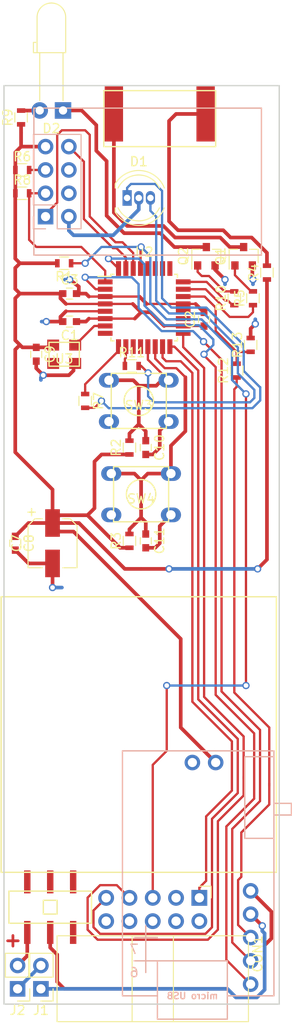
<source format=kicad_pcb>
(kicad_pcb (version 4) (host pcbnew 4.0.7)

  (general
    (links 83)
    (no_connects 17)
    (area 44.924999 49.924999 75.075001 150.075001)
    (thickness 1.6)
    (drawings 5)
    (tracks 442)
    (zones 0)
    (modules 37)
    (nets 48)
  )

  (page A4)
  (layers
    (0 F.Cu signal)
    (31 B.Cu signal)
    (32 B.Adhes user)
    (33 F.Adhes user)
    (34 B.Paste user)
    (35 F.Paste user)
    (36 B.SilkS user)
    (37 F.SilkS user)
    (38 B.Mask user)
    (39 F.Mask user)
    (40 Dwgs.User user)
    (41 Cmts.User user)
    (42 Eco1.User user)
    (43 Eco2.User user)
    (44 Edge.Cuts user)
    (45 Margin user)
    (46 B.CrtYd user)
    (47 F.CrtYd user)
    (48 B.Fab user)
    (49 F.Fab user)
  )

  (setup
    (last_trace_width 0.25)
    (trace_clearance 0.39)
    (zone_clearance 0.508)
    (zone_45_only no)
    (trace_min 0.2)
    (segment_width 0.2)
    (edge_width 0.15)
    (via_size 0.8)
    (via_drill 0.5)
    (via_min_size 0.4)
    (via_min_drill 0.3)
    (uvia_size 0.3)
    (uvia_drill 0.1)
    (uvias_allowed no)
    (uvia_min_size 0)
    (uvia_min_drill 0)
    (pcb_text_width 0.3)
    (pcb_text_size 1.5 1.5)
    (mod_edge_width 0.15)
    (mod_text_size 1 1)
    (mod_text_width 0.15)
    (pad_size 6 6)
    (pad_drill 3)
    (pad_to_mask_clearance 0.2)
    (aux_axis_origin 0 0)
    (visible_elements 7FFCFFFF)
    (pcbplotparams
      (layerselection 0x01030_80000001)
      (usegerberextensions false)
      (excludeedgelayer true)
      (linewidth 0.100000)
      (plotframeref false)
      (viasonmask true)
      (mode 1)
      (useauxorigin false)
      (hpglpennumber 1)
      (hpglpenspeed 20)
      (hpglpendiameter 15)
      (hpglpenoverlay 2)
      (psnegative false)
      (psa4output false)
      (plotreference true)
      (plotvalue true)
      (plotinvisibletext false)
      (padsonsilk false)
      (subtractmaskfromsilk false)
      (outputformat 1)
      (mirror false)
      (drillshape 0)
      (scaleselection 1)
      (outputdirectory GRB/))
  )

  (net 0 "")
  (net 1 "Net-(BZ1-Pad1)")
  (net 2 "Net-(BZ1-Pad2)")
  (net 3 +3V3)
  (net 4 GND)
  (net 5 RESET)
  (net 6 SW1)
  (net 7 SW2)
  (net 8 MOSI)
  (net 9 SCK)
  (net 10 MISO)
  (net 11 "Net-(D1-Pad2)")
  (net 12 "Net-(D2-Pad1)")
  (net 13 "Net-(D2-Pad2)")
  (net 14 "Net-(Q1-Pad1)")
  (net 15 "Net-(Q2-Pad1)")
  (net 16 US)
  (net 17 "Net-(R6-Pad2)")
  (net 18 ESP_PD)
  (net 19 IR)
  (net 20 "Net-(SW1-Pad2)")
  (net 21 DIGI_IRQ_INT)
  (net 22 DIGI_TX)
  (net 23 TCXO)
  (net 24 ESP_TX)
  (net 25 ESP_RX)
  (net 26 "Net-(D1-Pad1)")
  (net 27 LED_RED)
  (net 28 LED_GREEN)
  (net 29 "Net-(R12-Pad1)")
  (net 30 LADOWANIE)
  (net 31 "Net-(J1-Pad2)")
  (net 32 "Net-(J2-Pad2)")
  (net 33 "Net-(J1-Pad1)")
  (net 34 "Net-(CON1-Pad2)")
  (net 35 "Net-(CON1-Pad3)")
  (net 36 "Net-(U2-Pad8)")
  (net 37 "Net-(U2-Pad11)")
  (net 38 "Net-(U2-Pad12)")
  (net 39 "Net-(U2-Pad19)")
  (net 40 "Net-(U2-Pad20)")
  (net 41 "Net-(U2-Pad25)")
  (net 42 "Net-(U2-Pad26)")
  (net 43 "Net-(U2-Pad27)")
  (net 44 "Net-(U2-Pad28)")
  (net 45 "Net-(U3-Pad1)")
  (net 46 "Net-(U4-Pad7)")
  (net 47 "Net-(U4-Pad6)")

  (net_class Default "This is the default net class."
    (clearance 0.39)
    (trace_width 0.25)
    (via_dia 0.8)
    (via_drill 0.5)
    (uvia_dia 0.3)
    (uvia_drill 0.1)
    (add_net DIGI_IRQ_INT)
    (add_net DIGI_TX)
    (add_net ESP_PD)
    (add_net ESP_RX)
    (add_net ESP_TX)
    (add_net IR)
    (add_net LADOWANIE)
    (add_net LED_GREEN)
    (add_net LED_RED)
    (add_net MISO)
    (add_net MOSI)
    (add_net "Net-(CON1-Pad2)")
    (add_net "Net-(CON1-Pad3)")
    (add_net "Net-(D1-Pad1)")
    (add_net "Net-(D1-Pad2)")
    (add_net "Net-(Q1-Pad1)")
    (add_net "Net-(Q2-Pad1)")
    (add_net "Net-(R12-Pad1)")
    (add_net "Net-(R6-Pad2)")
    (add_net "Net-(U2-Pad11)")
    (add_net "Net-(U2-Pad12)")
    (add_net "Net-(U2-Pad19)")
    (add_net "Net-(U2-Pad20)")
    (add_net "Net-(U2-Pad25)")
    (add_net "Net-(U2-Pad26)")
    (add_net "Net-(U2-Pad27)")
    (add_net "Net-(U2-Pad28)")
    (add_net "Net-(U2-Pad8)")
    (add_net "Net-(U3-Pad1)")
    (add_net "Net-(U4-Pad6)")
    (add_net "Net-(U4-Pad7)")
    (add_net RESET)
    (add_net SCK)
    (add_net TCXO)
    (add_net US)
  )

  (net_class PWR ""
    (clearance 0.39)
    (trace_width 0.4)
    (via_dia 0.8)
    (via_drill 0.5)
    (uvia_dia 0.3)
    (uvia_drill 0.1)
    (add_net +3V3)
    (add_net GND)
    (add_net "Net-(BZ1-Pad1)")
    (add_net "Net-(BZ1-Pad2)")
    (add_net "Net-(D2-Pad1)")
    (add_net "Net-(D2-Pad2)")
    (add_net "Net-(J1-Pad1)")
    (add_net "Net-(J1-Pad2)")
    (add_net "Net-(J2-Pad2)")
    (add_net "Net-(SW1-Pad2)")
    (add_net SW1)
    (add_net SW2)
  )

  (module Pin_Headers:Pin_Header_Straight_1x02_Pitch2.54mm (layer F.Cu) (tedit 59650532) (tstamp 5A0584BB)
    (at 46.482 148.336 180)
    (descr "Through hole straight pin header, 1x02, 2.54mm pitch, single row")
    (tags "Through hole pin header THT 1x02 2.54mm single row")
    (path /5A06339F)
    (fp_text reference J2 (at 0 -2.33 180) (layer F.SilkS)
      (effects (font (size 1 1) (thickness 0.15)))
    )
    (fp_text value I_meas (at 0 4.87 180) (layer F.Fab)
      (effects (font (size 1 1) (thickness 0.15)))
    )
    (fp_line (start -0.635 -1.27) (end 1.27 -1.27) (layer F.Fab) (width 0.1))
    (fp_line (start 1.27 -1.27) (end 1.27 3.81) (layer F.Fab) (width 0.1))
    (fp_line (start 1.27 3.81) (end -1.27 3.81) (layer F.Fab) (width 0.1))
    (fp_line (start -1.27 3.81) (end -1.27 -0.635) (layer F.Fab) (width 0.1))
    (fp_line (start -1.27 -0.635) (end -0.635 -1.27) (layer F.Fab) (width 0.1))
    (fp_line (start -1.33 3.87) (end 1.33 3.87) (layer F.SilkS) (width 0.12))
    (fp_line (start -1.33 1.27) (end -1.33 3.87) (layer F.SilkS) (width 0.12))
    (fp_line (start 1.33 1.27) (end 1.33 3.87) (layer F.SilkS) (width 0.12))
    (fp_line (start -1.33 1.27) (end 1.33 1.27) (layer F.SilkS) (width 0.12))
    (fp_line (start -1.33 0) (end -1.33 -1.33) (layer F.SilkS) (width 0.12))
    (fp_line (start -1.33 -1.33) (end 0 -1.33) (layer F.SilkS) (width 0.12))
    (fp_line (start -1.8 -1.8) (end -1.8 4.35) (layer F.CrtYd) (width 0.05))
    (fp_line (start -1.8 4.35) (end 1.8 4.35) (layer F.CrtYd) (width 0.05))
    (fp_line (start 1.8 4.35) (end 1.8 -1.8) (layer F.CrtYd) (width 0.05))
    (fp_line (start 1.8 -1.8) (end -1.8 -1.8) (layer F.CrtYd) (width 0.05))
    (fp_text user %R (at 0 1.27 270) (layer F.Fab)
      (effects (font (size 1 1) (thickness 0.15)))
    )
    (pad 1 thru_hole rect (at 0 0 180) (size 1.7 1.7) (drill 1) (layers *.Cu *.Mask)
      (net 31 "Net-(J1-Pad2)"))
    (pad 2 thru_hole oval (at 0 2.54 180) (size 1.7 1.7) (drill 1) (layers *.Cu *.Mask)
      (net 32 "Net-(J2-Pad2)"))
    (model ${KISYS3DMOD}/Pin_Headers.3dshapes/Pin_Header_Straight_1x02_Pitch2.54mm.wrl
      (at (xyz 0 0 0))
      (scale (xyz 1 1 1))
      (rotate (xyz 0 0 0))
    )
  )

  (module Pin_Headers:Pin_Header_Straight_1x02_Pitch2.54mm (layer F.Cu) (tedit 59650532) (tstamp 5A054EFA)
    (at 49.022 148.336 180)
    (descr "Through hole straight pin header, 1x02, 2.54mm pitch, single row")
    (tags "Through hole pin header THT 1x02 2.54mm single row")
    (path /5A05C043)
    (fp_text reference J1 (at 0 -2.33 180) (layer F.SilkS)
      (effects (font (size 1 1) (thickness 0.15)))
    )
    (fp_text value BATTERY (at 0 4.87 180) (layer F.Fab)
      (effects (font (size 1 1) (thickness 0.15)))
    )
    (fp_line (start -0.635 -1.27) (end 1.27 -1.27) (layer F.Fab) (width 0.1))
    (fp_line (start 1.27 -1.27) (end 1.27 3.81) (layer F.Fab) (width 0.1))
    (fp_line (start 1.27 3.81) (end -1.27 3.81) (layer F.Fab) (width 0.1))
    (fp_line (start -1.27 3.81) (end -1.27 -0.635) (layer F.Fab) (width 0.1))
    (fp_line (start -1.27 -0.635) (end -0.635 -1.27) (layer F.Fab) (width 0.1))
    (fp_line (start -1.33 3.87) (end 1.33 3.87) (layer F.SilkS) (width 0.12))
    (fp_line (start -1.33 1.27) (end -1.33 3.87) (layer F.SilkS) (width 0.12))
    (fp_line (start 1.33 1.27) (end 1.33 3.87) (layer F.SilkS) (width 0.12))
    (fp_line (start -1.33 1.27) (end 1.33 1.27) (layer F.SilkS) (width 0.12))
    (fp_line (start -1.33 0) (end -1.33 -1.33) (layer F.SilkS) (width 0.12))
    (fp_line (start -1.33 -1.33) (end 0 -1.33) (layer F.SilkS) (width 0.12))
    (fp_line (start -1.8 -1.8) (end -1.8 4.35) (layer F.CrtYd) (width 0.05))
    (fp_line (start -1.8 4.35) (end 1.8 4.35) (layer F.CrtYd) (width 0.05))
    (fp_line (start 1.8 4.35) (end 1.8 -1.8) (layer F.CrtYd) (width 0.05))
    (fp_line (start 1.8 -1.8) (end -1.8 -1.8) (layer F.CrtYd) (width 0.05))
    (fp_text user %R (at 0 1.27 270) (layer F.Fab)
      (effects (font (size 1 1) (thickness 0.15)))
    )
    (pad 1 thru_hole rect (at 0 0 180) (size 1.7 1.7) (drill 1) (layers *.Cu *.Mask)
      (net 33 "Net-(J1-Pad1)"))
    (pad 2 thru_hole oval (at 0 2.54 180) (size 1.7 1.7) (drill 1) (layers *.Cu *.Mask)
      (net 31 "Net-(J1-Pad2)"))
    (model ${KISYS3DMOD}/Pin_Headers.3dshapes/Pin_Header_Straight_1x02_Pitch2.54mm.wrl
      (at (xyz 0 0 0))
      (scale (xyz 1 1 1))
      (rotate (xyz 0 0 0))
    )
  )

  (module Capacitors_SMD:C_0603 (layer F.Cu) (tedit 59958EE7) (tstamp 5A054EB8)
    (at 66.802 75.438 90)
    (descr "Capacitor SMD 0603, reflow soldering, AVX (see smccp.pdf)")
    (tags "capacitor 0603")
    (path /5A062FDF)
    (attr smd)
    (fp_text reference C2 (at 0 -1.5 90) (layer F.SilkS)
      (effects (font (size 1 1) (thickness 0.15)))
    )
    (fp_text value 100n (at 0 1.5 90) (layer F.Fab)
      (effects (font (size 1 1) (thickness 0.15)))
    )
    (fp_line (start 1.4 0.65) (end -1.4 0.65) (layer F.CrtYd) (width 0.05))
    (fp_line (start 1.4 0.65) (end 1.4 -0.65) (layer F.CrtYd) (width 0.05))
    (fp_line (start -1.4 -0.65) (end -1.4 0.65) (layer F.CrtYd) (width 0.05))
    (fp_line (start -1.4 -0.65) (end 1.4 -0.65) (layer F.CrtYd) (width 0.05))
    (fp_line (start 0.35 0.6) (end -0.35 0.6) (layer F.SilkS) (width 0.12))
    (fp_line (start -0.35 -0.6) (end 0.35 -0.6) (layer F.SilkS) (width 0.12))
    (fp_line (start -0.8 -0.4) (end 0.8 -0.4) (layer F.Fab) (width 0.1))
    (fp_line (start 0.8 -0.4) (end 0.8 0.4) (layer F.Fab) (width 0.1))
    (fp_line (start 0.8 0.4) (end -0.8 0.4) (layer F.Fab) (width 0.1))
    (fp_line (start -0.8 0.4) (end -0.8 -0.4) (layer F.Fab) (width 0.1))
    (fp_text user %R (at 0 0 90) (layer F.Fab)
      (effects (font (size 0.3 0.3) (thickness 0.075)))
    )
    (pad 2 smd rect (at 0.75 0 90) (size 0.8 0.75) (layers F.Cu F.Paste F.Mask)
      (net 4 GND))
    (pad 1 smd rect (at -0.75 0 90) (size 0.8 0.75) (layers F.Cu F.Paste F.Mask)
      (net 3 +3V3))
    (model Capacitors_SMD.3dshapes/C_0603.wrl
      (at (xyz 0 0 0))
      (scale (xyz 1 1 1))
      (rotate (xyz 0 0 0))
    )
  )

  (module Resistors_SMD:R_0603 (layer F.Cu) (tedit 58E0A804) (tstamp 5A040180)
    (at 71.882 78.232 90)
    (descr "Resistor SMD 0603, reflow soldering, Vishay (see dcrcw.pdf)")
    (tags "resistor 0603")
    (path /5A03175B)
    (attr smd)
    (fp_text reference R13 (at 0 -1.45 90) (layer F.SilkS)
      (effects (font (size 1 1) (thickness 0.15)))
    )
    (fp_text value 10K (at 0 1.5 90) (layer F.Fab)
      (effects (font (size 1 1) (thickness 0.15)))
    )
    (fp_text user %R (at 0 0 90) (layer F.Fab)
      (effects (font (size 0.4 0.4) (thickness 0.075)))
    )
    (fp_line (start -0.8 0.4) (end -0.8 -0.4) (layer F.Fab) (width 0.1))
    (fp_line (start 0.8 0.4) (end -0.8 0.4) (layer F.Fab) (width 0.1))
    (fp_line (start 0.8 -0.4) (end 0.8 0.4) (layer F.Fab) (width 0.1))
    (fp_line (start -0.8 -0.4) (end 0.8 -0.4) (layer F.Fab) (width 0.1))
    (fp_line (start 0.5 0.68) (end -0.5 0.68) (layer F.SilkS) (width 0.12))
    (fp_line (start -0.5 -0.68) (end 0.5 -0.68) (layer F.SilkS) (width 0.12))
    (fp_line (start -1.25 -0.7) (end 1.25 -0.7) (layer F.CrtYd) (width 0.05))
    (fp_line (start -1.25 -0.7) (end -1.25 0.7) (layer F.CrtYd) (width 0.05))
    (fp_line (start 1.25 0.7) (end 1.25 -0.7) (layer F.CrtYd) (width 0.05))
    (fp_line (start 1.25 0.7) (end -1.25 0.7) (layer F.CrtYd) (width 0.05))
    (pad 1 smd rect (at -0.75 0 90) (size 0.5 0.9) (layers F.Cu F.Paste F.Mask)
      (net 30 LADOWANIE))
    (pad 2 smd rect (at 0.75 0 90) (size 0.5 0.9) (layers F.Cu F.Paste F.Mask)
      (net 4 GND))
    (model ${KISYS3DMOD}/Resistors_SMD.3dshapes/R_0603.wrl
      (at (xyz 0 0 0))
      (scale (xyz 1 1 1))
      (rotate (xyz 0 0 0))
    )
  )

  (module Resistors_SMD:R_0603 (layer F.Cu) (tedit 58E0A804) (tstamp 5A04017A)
    (at 70.358 81.026 90)
    (descr "Resistor SMD 0603, reflow soldering, Vishay (see dcrcw.pdf)")
    (tags "resistor 0603")
    (path /5A030E09)
    (attr smd)
    (fp_text reference R12 (at 0 -1.45 90) (layer F.SilkS)
      (effects (font (size 1 1) (thickness 0.15)))
    )
    (fp_text value 10K (at 0 1.5 90) (layer F.Fab)
      (effects (font (size 1 1) (thickness 0.15)))
    )
    (fp_text user %R (at 0 0 90) (layer F.Fab)
      (effects (font (size 0.4 0.4) (thickness 0.075)))
    )
    (fp_line (start -0.8 0.4) (end -0.8 -0.4) (layer F.Fab) (width 0.1))
    (fp_line (start 0.8 0.4) (end -0.8 0.4) (layer F.Fab) (width 0.1))
    (fp_line (start 0.8 -0.4) (end 0.8 0.4) (layer F.Fab) (width 0.1))
    (fp_line (start -0.8 -0.4) (end 0.8 -0.4) (layer F.Fab) (width 0.1))
    (fp_line (start 0.5 0.68) (end -0.5 0.68) (layer F.SilkS) (width 0.12))
    (fp_line (start -0.5 -0.68) (end 0.5 -0.68) (layer F.SilkS) (width 0.12))
    (fp_line (start -1.25 -0.7) (end 1.25 -0.7) (layer F.CrtYd) (width 0.05))
    (fp_line (start -1.25 -0.7) (end -1.25 0.7) (layer F.CrtYd) (width 0.05))
    (fp_line (start 1.25 0.7) (end 1.25 -0.7) (layer F.CrtYd) (width 0.05))
    (fp_line (start 1.25 0.7) (end -1.25 0.7) (layer F.CrtYd) (width 0.05))
    (pad 1 smd rect (at -0.75 0 90) (size 0.5 0.9) (layers F.Cu F.Paste F.Mask)
      (net 29 "Net-(R12-Pad1)"))
    (pad 2 smd rect (at 0.75 0 90) (size 0.5 0.9) (layers F.Cu F.Paste F.Mask)
      (net 30 LADOWANIE))
    (model ${KISYS3DMOD}/Resistors_SMD.3dshapes/R_0603.wrl
      (at (xyz 0 0 0))
      (scale (xyz 1 1 1))
      (rotate (xyz 0 0 0))
    )
  )

  (module Capacitors_SMD:CP_Elec_5x4.5 (layer F.Cu) (tedit 58AA8639) (tstamp 59F6DADA)
    (at 50.292 99.822 270)
    (descr "SMT capacitor, aluminium electrolytic, 5x4.5")
    (path /59F46FCE)
    (attr smd)
    (fp_text reference C7 (at 0 3.92 270) (layer F.SilkS)
      (effects (font (size 1 1) (thickness 0.15)))
    )
    (fp_text value 22u (at 0 -3.92 270) (layer F.Fab)
      (effects (font (size 1 1) (thickness 0.15)))
    )
    (fp_circle (center 0 0) (end 0.1 2.4) (layer F.Fab) (width 0.1))
    (fp_text user + (at -1.37 -0.08 270) (layer F.Fab)
      (effects (font (size 1 1) (thickness 0.15)))
    )
    (fp_text user + (at -3.38 2.36 270) (layer F.SilkS)
      (effects (font (size 1 1) (thickness 0.15)))
    )
    (fp_text user %R (at 0 3.92 270) (layer F.Fab)
      (effects (font (size 1 1) (thickness 0.15)))
    )
    (fp_line (start 2.51 2.51) (end 2.51 -2.51) (layer F.Fab) (width 0.1))
    (fp_line (start -1.84 2.51) (end 2.51 2.51) (layer F.Fab) (width 0.1))
    (fp_line (start -2.51 1.84) (end -1.84 2.51) (layer F.Fab) (width 0.1))
    (fp_line (start -2.51 -1.84) (end -2.51 1.84) (layer F.Fab) (width 0.1))
    (fp_line (start -1.84 -2.51) (end -2.51 -1.84) (layer F.Fab) (width 0.1))
    (fp_line (start 2.51 -2.51) (end -1.84 -2.51) (layer F.Fab) (width 0.1))
    (fp_line (start 2.67 2.67) (end 2.67 1.12) (layer F.SilkS) (width 0.12))
    (fp_line (start 2.67 -2.67) (end 2.67 -1.12) (layer F.SilkS) (width 0.12))
    (fp_line (start -2.67 -1.91) (end -2.67 -1.12) (layer F.SilkS) (width 0.12))
    (fp_line (start -2.67 1.91) (end -2.67 1.12) (layer F.SilkS) (width 0.12))
    (fp_line (start 2.67 -2.67) (end -1.91 -2.67) (layer F.SilkS) (width 0.12))
    (fp_line (start -1.91 -2.67) (end -2.67 -1.91) (layer F.SilkS) (width 0.12))
    (fp_line (start -2.67 1.91) (end -1.91 2.67) (layer F.SilkS) (width 0.12))
    (fp_line (start -1.91 2.67) (end 2.67 2.67) (layer F.SilkS) (width 0.12))
    (fp_line (start -3.95 -2.77) (end 3.95 -2.77) (layer F.CrtYd) (width 0.05))
    (fp_line (start -3.95 -2.77) (end -3.95 2.76) (layer F.CrtYd) (width 0.05))
    (fp_line (start 3.95 2.76) (end 3.95 -2.77) (layer F.CrtYd) (width 0.05))
    (fp_line (start 3.95 2.76) (end -3.95 2.76) (layer F.CrtYd) (width 0.05))
    (pad 1 smd rect (at -2.2 0 90) (size 3 1.6) (layers F.Cu F.Paste F.Mask)
      (net 3 +3V3))
    (pad 2 smd rect (at 2.2 0 90) (size 3 1.6) (layers F.Cu F.Paste F.Mask)
      (net 4 GND))
    (model Capacitors_SMD.3dshapes/CP_Elec_5x4.5.wrl
      (at (xyz 0 0 0))
      (scale (xyz 1 1 1))
      (rotate (xyz 0 0 180))
    )
  )

  (module LEDs:LED_D3.0mm_Horizontal_O6.35mm_Z10.0mm (layer F.Cu) (tedit 5880A862) (tstamp 59F6DB0C)
    (at 51.435 52.705 180)
    (descr "LED, diameter 3.0mm z-position of LED center 2.0mm, 2 pins, diameter 3.0mm z-position of LED center 2.0mm, 2 pins, diameter 3.0mm z-position of LED center 2.0mm, 2 pins, diameter 3.0mm z-position of LED center 6.0mm, 2 pins, diameter 3.0mm z-position of LED center 6.0mm, 2 pins, diameter 3.0mm z-position of LED center 6.0mm, 2 pins, diameter 3.0mm z-position of LED center 10.0mm, 2 pins, diameter 3.0mm z-position of LED center 10.0mm, 2 pins, diameter 3.0mm z-position of LED center 10.0mm, 2 pins")
    (tags "LED diameter 3.0mm z-position of LED center 2.0mm 2 pins diameter 3.0mm z-position of LED center 2.0mm 2 pins diameter 3.0mm z-position of LED center 2.0mm 2 pins diameter 3.0mm z-position of LED center 6.0mm 2 pins diameter 3.0mm z-position of LED center 6.0mm 2 pins diameter 3.0mm z-position of LED center 6.0mm 2 pins diameter 3.0mm z-position of LED center 10.0mm 2 pins diameter 3.0mm z-position of LED center 10.0mm 2 pins diameter 3.0mm z-position of LED center 10.0mm 2 pins")
    (path /59F37B93)
    (fp_text reference D2 (at 1.27 -1.96 180) (layer F.SilkS)
      (effects (font (size 1 1) (thickness 0.15)))
    )
    (fp_text value LED (at 1.27 12.71 180) (layer F.Fab)
      (effects (font (size 1 1) (thickness 0.15)))
    )
    (fp_arc (start 1.27 10.15) (end -0.23 10.15) (angle -180) (layer F.Fab) (width 0.1))
    (fp_arc (start 1.27 10.15) (end -0.29 10.15) (angle -180) (layer F.SilkS) (width 0.12))
    (fp_line (start -0.23 6.35) (end -0.23 10.15) (layer F.Fab) (width 0.1))
    (fp_line (start 2.77 6.35) (end 2.77 10.15) (layer F.Fab) (width 0.1))
    (fp_line (start -0.23 6.35) (end 2.77 6.35) (layer F.Fab) (width 0.1))
    (fp_line (start 3.17 6.35) (end 3.17 7.35) (layer F.Fab) (width 0.1))
    (fp_line (start 3.17 7.35) (end 2.77 7.35) (layer F.Fab) (width 0.1))
    (fp_line (start 2.77 7.35) (end 2.77 6.35) (layer F.Fab) (width 0.1))
    (fp_line (start 2.77 6.35) (end 3.17 6.35) (layer F.Fab) (width 0.1))
    (fp_line (start 0 0) (end 0 6.35) (layer F.Fab) (width 0.1))
    (fp_line (start 0 6.35) (end 0 6.35) (layer F.Fab) (width 0.1))
    (fp_line (start 0 6.35) (end 0 0) (layer F.Fab) (width 0.1))
    (fp_line (start 0 0) (end 0 0) (layer F.Fab) (width 0.1))
    (fp_line (start 2.54 0) (end 2.54 6.35) (layer F.Fab) (width 0.1))
    (fp_line (start 2.54 6.35) (end 2.54 6.35) (layer F.Fab) (width 0.1))
    (fp_line (start 2.54 6.35) (end 2.54 0) (layer F.Fab) (width 0.1))
    (fp_line (start 2.54 0) (end 2.54 0) (layer F.Fab) (width 0.1))
    (fp_line (start -0.29 6.29) (end -0.29 10.15) (layer F.SilkS) (width 0.12))
    (fp_line (start 2.83 6.29) (end 2.83 10.15) (layer F.SilkS) (width 0.12))
    (fp_line (start -0.29 6.29) (end 2.83 6.29) (layer F.SilkS) (width 0.12))
    (fp_line (start 3.23 6.29) (end 3.23 7.41) (layer F.SilkS) (width 0.12))
    (fp_line (start 3.23 7.41) (end 2.83 7.41) (layer F.SilkS) (width 0.12))
    (fp_line (start 2.83 7.41) (end 2.83 6.29) (layer F.SilkS) (width 0.12))
    (fp_line (start 2.83 6.29) (end 3.23 6.29) (layer F.SilkS) (width 0.12))
    (fp_line (start 0 1.08) (end 0 6.29) (layer F.SilkS) (width 0.12))
    (fp_line (start 0 6.29) (end 0 6.29) (layer F.SilkS) (width 0.12))
    (fp_line (start 0 6.29) (end 0 1.08) (layer F.SilkS) (width 0.12))
    (fp_line (start 0 1.08) (end 0 1.08) (layer F.SilkS) (width 0.12))
    (fp_line (start 2.54 1.08) (end 2.54 6.29) (layer F.SilkS) (width 0.12))
    (fp_line (start 2.54 6.29) (end 2.54 6.29) (layer F.SilkS) (width 0.12))
    (fp_line (start 2.54 6.29) (end 2.54 1.08) (layer F.SilkS) (width 0.12))
    (fp_line (start 2.54 1.08) (end 2.54 1.08) (layer F.SilkS) (width 0.12))
    (fp_line (start -1.25 -1.25) (end -1.25 12) (layer F.CrtYd) (width 0.05))
    (fp_line (start -1.25 12) (end 3.75 12) (layer F.CrtYd) (width 0.05))
    (fp_line (start 3.75 12) (end 3.75 -1.25) (layer F.CrtYd) (width 0.05))
    (fp_line (start 3.75 -1.25) (end -1.25 -1.25) (layer F.CrtYd) (width 0.05))
    (pad 1 thru_hole rect (at 0 0 180) (size 1.8 1.8) (drill 0.9) (layers *.Cu *.Mask)
      (net 12 "Net-(D2-Pad1)"))
    (pad 2 thru_hole circle (at 2.54 0 180) (size 1.8 1.8) (drill 0.9) (layers *.Cu *.Mask)
      (net 13 "Net-(D2-Pad2)"))
    (model ${KISYS3DMOD}/LEDs.3dshapes/LED_D3.0mm_Horizontal_O6.35mm_Z10.0mm.wrl
      (at (xyz 0 0 0))
      (scale (xyz 0.393701 0.393701 0.393701))
      (rotate (xyz 0 0 0))
    )
  )

  (module TO_SOT_Packages_SMD:SOT-23 (layer F.Cu) (tedit 58CE4E7E) (tstamp 59F6DB34)
    (at 71.12 68.58 90)
    (descr "SOT-23, Standard")
    (tags SOT-23)
    (path /59F33EE1)
    (attr smd)
    (fp_text reference Q1 (at 0 -2.5 90) (layer F.SilkS)
      (effects (font (size 1 1) (thickness 0.15)))
    )
    (fp_text value BC817 (at 0 2.5 90) (layer F.Fab)
      (effects (font (size 1 1) (thickness 0.15)))
    )
    (fp_text user %R (at 0 0 180) (layer F.Fab)
      (effects (font (size 0.5 0.5) (thickness 0.075)))
    )
    (fp_line (start -0.7 -0.95) (end -0.7 1.5) (layer F.Fab) (width 0.1))
    (fp_line (start -0.15 -1.52) (end 0.7 -1.52) (layer F.Fab) (width 0.1))
    (fp_line (start -0.7 -0.95) (end -0.15 -1.52) (layer F.Fab) (width 0.1))
    (fp_line (start 0.7 -1.52) (end 0.7 1.52) (layer F.Fab) (width 0.1))
    (fp_line (start -0.7 1.52) (end 0.7 1.52) (layer F.Fab) (width 0.1))
    (fp_line (start 0.76 1.58) (end 0.76 0.65) (layer F.SilkS) (width 0.12))
    (fp_line (start 0.76 -1.58) (end 0.76 -0.65) (layer F.SilkS) (width 0.12))
    (fp_line (start -1.7 -1.75) (end 1.7 -1.75) (layer F.CrtYd) (width 0.05))
    (fp_line (start 1.7 -1.75) (end 1.7 1.75) (layer F.CrtYd) (width 0.05))
    (fp_line (start 1.7 1.75) (end -1.7 1.75) (layer F.CrtYd) (width 0.05))
    (fp_line (start -1.7 1.75) (end -1.7 -1.75) (layer F.CrtYd) (width 0.05))
    (fp_line (start 0.76 -1.58) (end -1.4 -1.58) (layer F.SilkS) (width 0.12))
    (fp_line (start 0.76 1.58) (end -0.7 1.58) (layer F.SilkS) (width 0.12))
    (pad 1 smd rect (at -1 -0.95 90) (size 0.9 0.8) (layers F.Cu F.Paste F.Mask)
      (net 14 "Net-(Q1-Pad1)"))
    (pad 2 smd rect (at -1 0.95 90) (size 0.9 0.8) (layers F.Cu F.Paste F.Mask)
      (net 4 GND))
    (pad 3 smd rect (at 1 0 90) (size 0.9 0.8) (layers F.Cu F.Paste F.Mask)
      (net 2 "Net-(BZ1-Pad2)"))
    (model ${KISYS3DMOD}/TO_SOT_Packages_SMD.3dshapes/SOT-23.wrl
      (at (xyz 0 0 0))
      (scale (xyz 1 1 1))
      (rotate (xyz 0 0 0))
    )
  )

  (module TO_SOT_Packages_SMD:SOT-23 (layer F.Cu) (tedit 58CE4E7E) (tstamp 59F6DB3B)
    (at 67.056 68.58 90)
    (descr "SOT-23, Standard")
    (tags SOT-23)
    (path /59F375D3)
    (attr smd)
    (fp_text reference Q2 (at 0 -2.5 90) (layer F.SilkS)
      (effects (font (size 1 1) (thickness 0.15)))
    )
    (fp_text value BC817 (at 0 2.5 90) (layer F.Fab)
      (effects (font (size 1 1) (thickness 0.15)))
    )
    (fp_text user %R (at 0 0 180) (layer F.Fab)
      (effects (font (size 0.5 0.5) (thickness 0.075)))
    )
    (fp_line (start -0.7 -0.95) (end -0.7 1.5) (layer F.Fab) (width 0.1))
    (fp_line (start -0.15 -1.52) (end 0.7 -1.52) (layer F.Fab) (width 0.1))
    (fp_line (start -0.7 -0.95) (end -0.15 -1.52) (layer F.Fab) (width 0.1))
    (fp_line (start 0.7 -1.52) (end 0.7 1.52) (layer F.Fab) (width 0.1))
    (fp_line (start -0.7 1.52) (end 0.7 1.52) (layer F.Fab) (width 0.1))
    (fp_line (start 0.76 1.58) (end 0.76 0.65) (layer F.SilkS) (width 0.12))
    (fp_line (start 0.76 -1.58) (end 0.76 -0.65) (layer F.SilkS) (width 0.12))
    (fp_line (start -1.7 -1.75) (end 1.7 -1.75) (layer F.CrtYd) (width 0.05))
    (fp_line (start 1.7 -1.75) (end 1.7 1.75) (layer F.CrtYd) (width 0.05))
    (fp_line (start 1.7 1.75) (end -1.7 1.75) (layer F.CrtYd) (width 0.05))
    (fp_line (start -1.7 1.75) (end -1.7 -1.75) (layer F.CrtYd) (width 0.05))
    (fp_line (start 0.76 -1.58) (end -1.4 -1.58) (layer F.SilkS) (width 0.12))
    (fp_line (start 0.76 1.58) (end -0.7 1.58) (layer F.SilkS) (width 0.12))
    (pad 1 smd rect (at -1 -0.95 90) (size 0.9 0.8) (layers F.Cu F.Paste F.Mask)
      (net 15 "Net-(Q2-Pad1)"))
    (pad 2 smd rect (at -1 0.95 90) (size 0.9 0.8) (layers F.Cu F.Paste F.Mask)
      (net 4 GND))
    (pad 3 smd rect (at 1 0 90) (size 0.9 0.8) (layers F.Cu F.Paste F.Mask)
      (net 12 "Net-(D2-Pad1)"))
    (model ${KISYS3DMOD}/TO_SOT_Packages_SMD.3dshapes/SOT-23.wrl
      (at (xyz 0 0 0))
      (scale (xyz 1 1 1))
      (rotate (xyz 0 0 0))
    )
  )

  (module Capacitors_SMD:C_0603 (layer F.Cu) (tedit 59958EE7) (tstamp 59FACFD2)
    (at 52.154 75.692 180)
    (descr "Capacitor SMD 0603, reflow soldering, AVX (see smccp.pdf)")
    (tags "capacitor 0603")
    (path /59F2F30F)
    (attr smd)
    (fp_text reference C1 (at 0 -1.5 180) (layer F.SilkS)
      (effects (font (size 1 1) (thickness 0.15)))
    )
    (fp_text value 100n (at 0 1.5 180) (layer F.Fab)
      (effects (font (size 1 1) (thickness 0.15)))
    )
    (fp_line (start 1.4 0.65) (end -1.4 0.65) (layer F.CrtYd) (width 0.05))
    (fp_line (start 1.4 0.65) (end 1.4 -0.65) (layer F.CrtYd) (width 0.05))
    (fp_line (start -1.4 -0.65) (end -1.4 0.65) (layer F.CrtYd) (width 0.05))
    (fp_line (start -1.4 -0.65) (end 1.4 -0.65) (layer F.CrtYd) (width 0.05))
    (fp_line (start 0.35 0.6) (end -0.35 0.6) (layer F.SilkS) (width 0.12))
    (fp_line (start -0.35 -0.6) (end 0.35 -0.6) (layer F.SilkS) (width 0.12))
    (fp_line (start -0.8 -0.4) (end 0.8 -0.4) (layer F.Fab) (width 0.1))
    (fp_line (start 0.8 -0.4) (end 0.8 0.4) (layer F.Fab) (width 0.1))
    (fp_line (start 0.8 0.4) (end -0.8 0.4) (layer F.Fab) (width 0.1))
    (fp_line (start -0.8 0.4) (end -0.8 -0.4) (layer F.Fab) (width 0.1))
    (fp_text user %R (at 0 0 180) (layer F.Fab)
      (effects (font (size 0.3 0.3) (thickness 0.075)))
    )
    (pad 2 smd rect (at 0.75 0 180) (size 0.8 0.75) (layers F.Cu F.Paste F.Mask)
      (net 4 GND))
    (pad 1 smd rect (at -0.75 0 180) (size 0.8 0.75) (layers F.Cu F.Paste F.Mask)
      (net 3 +3V3))
    (model Capacitors_SMD.3dshapes/C_0603.wrl
      (at (xyz 0 0 0))
      (scale (xyz 1 1 1))
      (rotate (xyz 0 0 0))
    )
  )

  (module Capacitors_SMD:C_0603 (layer F.Cu) (tedit 59958EE7) (tstamp 59FACFDC)
    (at 52.154 72.644)
    (descr "Capacitor SMD 0603, reflow soldering, AVX (see smccp.pdf)")
    (tags "capacitor 0603")
    (path /59F2F30D)
    (attr smd)
    (fp_text reference C3 (at 0 -1.5) (layer F.SilkS)
      (effects (font (size 1 1) (thickness 0.15)))
    )
    (fp_text value 100n (at 0 1.5) (layer F.Fab)
      (effects (font (size 1 1) (thickness 0.15)))
    )
    (fp_line (start 1.4 0.65) (end -1.4 0.65) (layer F.CrtYd) (width 0.05))
    (fp_line (start 1.4 0.65) (end 1.4 -0.65) (layer F.CrtYd) (width 0.05))
    (fp_line (start -1.4 -0.65) (end -1.4 0.65) (layer F.CrtYd) (width 0.05))
    (fp_line (start -1.4 -0.65) (end 1.4 -0.65) (layer F.CrtYd) (width 0.05))
    (fp_line (start 0.35 0.6) (end -0.35 0.6) (layer F.SilkS) (width 0.12))
    (fp_line (start -0.35 -0.6) (end 0.35 -0.6) (layer F.SilkS) (width 0.12))
    (fp_line (start -0.8 -0.4) (end 0.8 -0.4) (layer F.Fab) (width 0.1))
    (fp_line (start 0.8 -0.4) (end 0.8 0.4) (layer F.Fab) (width 0.1))
    (fp_line (start 0.8 0.4) (end -0.8 0.4) (layer F.Fab) (width 0.1))
    (fp_line (start -0.8 0.4) (end -0.8 -0.4) (layer F.Fab) (width 0.1))
    (fp_text user %R (at 0 0) (layer F.Fab)
      (effects (font (size 0.3 0.3) (thickness 0.075)))
    )
    (pad 2 smd rect (at 0.75 0) (size 0.8 0.75) (layers F.Cu F.Paste F.Mask)
      (net 4 GND))
    (pad 1 smd rect (at -0.75 0) (size 0.8 0.75) (layers F.Cu F.Paste F.Mask)
      (net 3 +3V3))
    (model Capacitors_SMD.3dshapes/C_0603.wrl
      (at (xyz 0 0 0))
      (scale (xyz 1 1 1))
      (rotate (xyz 0 0 0))
    )
  )

  (module Capacitors_SMD:C_0603 (layer F.Cu) (tedit 59958EE7) (tstamp 59FACFE6)
    (at 46.228 99.822 270)
    (descr "Capacitor SMD 0603, reflow soldering, AVX (see smccp.pdf)")
    (tags "capacitor 0603")
    (path /59F47B28)
    (attr smd)
    (fp_text reference C8 (at 0 -1.5 270) (layer F.SilkS)
      (effects (font (size 1 1) (thickness 0.15)))
    )
    (fp_text value 100n (at 0 1.5 270) (layer F.Fab)
      (effects (font (size 1 1) (thickness 0.15)))
    )
    (fp_line (start 1.4 0.65) (end -1.4 0.65) (layer F.CrtYd) (width 0.05))
    (fp_line (start 1.4 0.65) (end 1.4 -0.65) (layer F.CrtYd) (width 0.05))
    (fp_line (start -1.4 -0.65) (end -1.4 0.65) (layer F.CrtYd) (width 0.05))
    (fp_line (start -1.4 -0.65) (end 1.4 -0.65) (layer F.CrtYd) (width 0.05))
    (fp_line (start 0.35 0.6) (end -0.35 0.6) (layer F.SilkS) (width 0.12))
    (fp_line (start -0.35 -0.6) (end 0.35 -0.6) (layer F.SilkS) (width 0.12))
    (fp_line (start -0.8 -0.4) (end 0.8 -0.4) (layer F.Fab) (width 0.1))
    (fp_line (start 0.8 -0.4) (end 0.8 0.4) (layer F.Fab) (width 0.1))
    (fp_line (start 0.8 0.4) (end -0.8 0.4) (layer F.Fab) (width 0.1))
    (fp_line (start -0.8 0.4) (end -0.8 -0.4) (layer F.Fab) (width 0.1))
    (fp_text user %R (at 0 0 270) (layer F.Fab)
      (effects (font (size 0.3 0.3) (thickness 0.075)))
    )
    (pad 2 smd rect (at 0.75 0 270) (size 0.8 0.75) (layers F.Cu F.Paste F.Mask)
      (net 4 GND))
    (pad 1 smd rect (at -0.75 0 270) (size 0.8 0.75) (layers F.Cu F.Paste F.Mask)
      (net 3 +3V3))
    (model Capacitors_SMD.3dshapes/C_0603.wrl
      (at (xyz 0 0 0))
      (scale (xyz 1 1 1))
      (rotate (xyz 0 0 0))
    )
  )

  (module Capacitors_SMD:C_0603 (layer F.Cu) (tedit 59958EE7) (tstamp 59FACFEB)
    (at 48.514 79.248 270)
    (descr "Capacitor SMD 0603, reflow soldering, AVX (see smccp.pdf)")
    (tags "capacitor 0603")
    (path /59F2F4C2)
    (attr smd)
    (fp_text reference C9 (at 0 -1.5 270) (layer F.SilkS)
      (effects (font (size 1 1) (thickness 0.15)))
    )
    (fp_text value 100n (at 0 1.5 270) (layer F.Fab)
      (effects (font (size 1 1) (thickness 0.15)))
    )
    (fp_line (start 1.4 0.65) (end -1.4 0.65) (layer F.CrtYd) (width 0.05))
    (fp_line (start 1.4 0.65) (end 1.4 -0.65) (layer F.CrtYd) (width 0.05))
    (fp_line (start -1.4 -0.65) (end -1.4 0.65) (layer F.CrtYd) (width 0.05))
    (fp_line (start -1.4 -0.65) (end 1.4 -0.65) (layer F.CrtYd) (width 0.05))
    (fp_line (start 0.35 0.6) (end -0.35 0.6) (layer F.SilkS) (width 0.12))
    (fp_line (start -0.35 -0.6) (end 0.35 -0.6) (layer F.SilkS) (width 0.12))
    (fp_line (start -0.8 -0.4) (end 0.8 -0.4) (layer F.Fab) (width 0.1))
    (fp_line (start 0.8 -0.4) (end 0.8 0.4) (layer F.Fab) (width 0.1))
    (fp_line (start 0.8 0.4) (end -0.8 0.4) (layer F.Fab) (width 0.1))
    (fp_line (start -0.8 0.4) (end -0.8 -0.4) (layer F.Fab) (width 0.1))
    (fp_text user %R (at 0 0 270) (layer F.Fab)
      (effects (font (size 0.3 0.3) (thickness 0.075)))
    )
    (pad 2 smd rect (at 0.75 0 270) (size 0.8 0.75) (layers F.Cu F.Paste F.Mask)
      (net 4 GND))
    (pad 1 smd rect (at -0.75 0 270) (size 0.8 0.75) (layers F.Cu F.Paste F.Mask)
      (net 3 +3V3))
    (model Capacitors_SMD.3dshapes/C_0603.wrl
      (at (xyz 0 0 0))
      (scale (xyz 1 1 1))
      (rotate (xyz 0 0 0))
    )
  )

  (module Capacitors_SMD:C_0603 (layer F.Cu) (tedit 59958EE7) (tstamp 59FACFF0)
    (at 60.452 89.408 270)
    (descr "Capacitor SMD 0603, reflow soldering, AVX (see smccp.pdf)")
    (tags "capacitor 0603")
    (path /59F3F202)
    (attr smd)
    (fp_text reference C10 (at 0 -1.5 270) (layer F.SilkS)
      (effects (font (size 1 1) (thickness 0.15)))
    )
    (fp_text value 100n (at 0 1.5 270) (layer F.Fab)
      (effects (font (size 1 1) (thickness 0.15)))
    )
    (fp_line (start 1.4 0.65) (end -1.4 0.65) (layer F.CrtYd) (width 0.05))
    (fp_line (start 1.4 0.65) (end 1.4 -0.65) (layer F.CrtYd) (width 0.05))
    (fp_line (start -1.4 -0.65) (end -1.4 0.65) (layer F.CrtYd) (width 0.05))
    (fp_line (start -1.4 -0.65) (end 1.4 -0.65) (layer F.CrtYd) (width 0.05))
    (fp_line (start 0.35 0.6) (end -0.35 0.6) (layer F.SilkS) (width 0.12))
    (fp_line (start -0.35 -0.6) (end 0.35 -0.6) (layer F.SilkS) (width 0.12))
    (fp_line (start -0.8 -0.4) (end 0.8 -0.4) (layer F.Fab) (width 0.1))
    (fp_line (start 0.8 -0.4) (end 0.8 0.4) (layer F.Fab) (width 0.1))
    (fp_line (start 0.8 0.4) (end -0.8 0.4) (layer F.Fab) (width 0.1))
    (fp_line (start -0.8 0.4) (end -0.8 -0.4) (layer F.Fab) (width 0.1))
    (fp_text user %R (at 0 0 270) (layer F.Fab)
      (effects (font (size 0.3 0.3) (thickness 0.075)))
    )
    (pad 2 smd rect (at 0.75 0 270) (size 0.8 0.75) (layers F.Cu F.Paste F.Mask)
      (net 4 GND))
    (pad 1 smd rect (at -0.75 0 270) (size 0.8 0.75) (layers F.Cu F.Paste F.Mask)
      (net 6 SW1))
    (model Capacitors_SMD.3dshapes/C_0603.wrl
      (at (xyz 0 0 0))
      (scale (xyz 1 1 1))
      (rotate (xyz 0 0 0))
    )
  )

  (module Capacitors_SMD:C_0603 (layer F.Cu) (tedit 59958EE7) (tstamp 59FACFF5)
    (at 60.452 99.568 270)
    (descr "Capacitor SMD 0603, reflow soldering, AVX (see smccp.pdf)")
    (tags "capacitor 0603")
    (path /59F44F5E)
    (attr smd)
    (fp_text reference C11 (at 0 -1.5 270) (layer F.SilkS)
      (effects (font (size 1 1) (thickness 0.15)))
    )
    (fp_text value 100n (at 0 1.5 270) (layer F.Fab)
      (effects (font (size 1 1) (thickness 0.15)))
    )
    (fp_line (start 1.4 0.65) (end -1.4 0.65) (layer F.CrtYd) (width 0.05))
    (fp_line (start 1.4 0.65) (end 1.4 -0.65) (layer F.CrtYd) (width 0.05))
    (fp_line (start -1.4 -0.65) (end -1.4 0.65) (layer F.CrtYd) (width 0.05))
    (fp_line (start -1.4 -0.65) (end 1.4 -0.65) (layer F.CrtYd) (width 0.05))
    (fp_line (start 0.35 0.6) (end -0.35 0.6) (layer F.SilkS) (width 0.12))
    (fp_line (start -0.35 -0.6) (end 0.35 -0.6) (layer F.SilkS) (width 0.12))
    (fp_line (start -0.8 -0.4) (end 0.8 -0.4) (layer F.Fab) (width 0.1))
    (fp_line (start 0.8 -0.4) (end 0.8 0.4) (layer F.Fab) (width 0.1))
    (fp_line (start 0.8 0.4) (end -0.8 0.4) (layer F.Fab) (width 0.1))
    (fp_line (start -0.8 0.4) (end -0.8 -0.4) (layer F.Fab) (width 0.1))
    (fp_text user %R (at 0 0 270) (layer F.Fab)
      (effects (font (size 0.3 0.3) (thickness 0.075)))
    )
    (pad 2 smd rect (at 0.75 0 270) (size 0.8 0.75) (layers F.Cu F.Paste F.Mask)
      (net 4 GND))
    (pad 1 smd rect (at -0.75 0 270) (size 0.8 0.75) (layers F.Cu F.Paste F.Mask)
      (net 7 SW2))
    (model Capacitors_SMD.3dshapes/C_0603.wrl
      (at (xyz 0 0 0))
      (scale (xyz 1 1 1))
      (rotate (xyz 0 0 0))
    )
  )

  (module Resistors_SMD:R_0603 (layer F.Cu) (tedit 58E0A804) (tstamp 59FAD008)
    (at 51.562 69.342 180)
    (descr "Resistor SMD 0603, reflow soldering, Vishay (see dcrcw.pdf)")
    (tags "resistor 0603")
    (path /59F2F316)
    (attr smd)
    (fp_text reference R1 (at 0 -1.45 180) (layer F.SilkS)
      (effects (font (size 1 1) (thickness 0.15)))
    )
    (fp_text value 10K (at 0 1.5 180) (layer F.Fab)
      (effects (font (size 1 1) (thickness 0.15)))
    )
    (fp_text user %R (at 0 0 180) (layer F.Fab)
      (effects (font (size 0.4 0.4) (thickness 0.075)))
    )
    (fp_line (start -0.8 0.4) (end -0.8 -0.4) (layer F.Fab) (width 0.1))
    (fp_line (start 0.8 0.4) (end -0.8 0.4) (layer F.Fab) (width 0.1))
    (fp_line (start 0.8 -0.4) (end 0.8 0.4) (layer F.Fab) (width 0.1))
    (fp_line (start -0.8 -0.4) (end 0.8 -0.4) (layer F.Fab) (width 0.1))
    (fp_line (start 0.5 0.68) (end -0.5 0.68) (layer F.SilkS) (width 0.12))
    (fp_line (start -0.5 -0.68) (end 0.5 -0.68) (layer F.SilkS) (width 0.12))
    (fp_line (start -1.25 -0.7) (end 1.25 -0.7) (layer F.CrtYd) (width 0.05))
    (fp_line (start -1.25 -0.7) (end -1.25 0.7) (layer F.CrtYd) (width 0.05))
    (fp_line (start 1.25 0.7) (end 1.25 -0.7) (layer F.CrtYd) (width 0.05))
    (fp_line (start 1.25 0.7) (end -1.25 0.7) (layer F.CrtYd) (width 0.05))
    (pad 1 smd rect (at -0.75 0 180) (size 0.5 0.9) (layers F.Cu F.Paste F.Mask)
      (net 5 RESET))
    (pad 2 smd rect (at 0.75 0 180) (size 0.5 0.9) (layers F.Cu F.Paste F.Mask)
      (net 3 +3V3))
    (model ${KISYS3DMOD}/Resistors_SMD.3dshapes/R_0603.wrl
      (at (xyz 0 0 0))
      (scale (xyz 1 1 1))
      (rotate (xyz 0 0 0))
    )
  )

  (module Resistors_SMD:R_0603 (layer F.Cu) (tedit 58E0A804) (tstamp 59FAD00D)
    (at 58.674 89.408 90)
    (descr "Resistor SMD 0603, reflow soldering, Vishay (see dcrcw.pdf)")
    (tags "resistor 0603")
    (path /59F3CB53)
    (attr smd)
    (fp_text reference R2 (at 0 -1.45 90) (layer F.SilkS)
      (effects (font (size 1 1) (thickness 0.15)))
    )
    (fp_text value 10K (at 0 1.5 90) (layer F.Fab)
      (effects (font (size 1 1) (thickness 0.15)))
    )
    (fp_text user %R (at 0 0 90) (layer F.Fab)
      (effects (font (size 0.4 0.4) (thickness 0.075)))
    )
    (fp_line (start -0.8 0.4) (end -0.8 -0.4) (layer F.Fab) (width 0.1))
    (fp_line (start 0.8 0.4) (end -0.8 0.4) (layer F.Fab) (width 0.1))
    (fp_line (start 0.8 -0.4) (end 0.8 0.4) (layer F.Fab) (width 0.1))
    (fp_line (start -0.8 -0.4) (end 0.8 -0.4) (layer F.Fab) (width 0.1))
    (fp_line (start 0.5 0.68) (end -0.5 0.68) (layer F.SilkS) (width 0.12))
    (fp_line (start -0.5 -0.68) (end 0.5 -0.68) (layer F.SilkS) (width 0.12))
    (fp_line (start -1.25 -0.7) (end 1.25 -0.7) (layer F.CrtYd) (width 0.05))
    (fp_line (start -1.25 -0.7) (end -1.25 0.7) (layer F.CrtYd) (width 0.05))
    (fp_line (start 1.25 0.7) (end 1.25 -0.7) (layer F.CrtYd) (width 0.05))
    (fp_line (start 1.25 0.7) (end -1.25 0.7) (layer F.CrtYd) (width 0.05))
    (pad 1 smd rect (at -0.75 0 90) (size 0.5 0.9) (layers F.Cu F.Paste F.Mask)
      (net 3 +3V3))
    (pad 2 smd rect (at 0.75 0 90) (size 0.5 0.9) (layers F.Cu F.Paste F.Mask)
      (net 6 SW1))
    (model ${KISYS3DMOD}/Resistors_SMD.3dshapes/R_0603.wrl
      (at (xyz 0 0 0))
      (scale (xyz 1 1 1))
      (rotate (xyz 0 0 0))
    )
  )

  (module Resistors_SMD:R_0603 (layer F.Cu) (tedit 58E0A804) (tstamp 59FAD012)
    (at 58.674 99.568 90)
    (descr "Resistor SMD 0603, reflow soldering, Vishay (see dcrcw.pdf)")
    (tags "resistor 0603")
    (path /59F44F4E)
    (attr smd)
    (fp_text reference R3 (at 0 -1.45 90) (layer F.SilkS)
      (effects (font (size 1 1) (thickness 0.15)))
    )
    (fp_text value 10K (at 0 1.5 90) (layer F.Fab)
      (effects (font (size 1 1) (thickness 0.15)))
    )
    (fp_text user %R (at 0 0 90) (layer F.Fab)
      (effects (font (size 0.4 0.4) (thickness 0.075)))
    )
    (fp_line (start -0.8 0.4) (end -0.8 -0.4) (layer F.Fab) (width 0.1))
    (fp_line (start 0.8 0.4) (end -0.8 0.4) (layer F.Fab) (width 0.1))
    (fp_line (start 0.8 -0.4) (end 0.8 0.4) (layer F.Fab) (width 0.1))
    (fp_line (start -0.8 -0.4) (end 0.8 -0.4) (layer F.Fab) (width 0.1))
    (fp_line (start 0.5 0.68) (end -0.5 0.68) (layer F.SilkS) (width 0.12))
    (fp_line (start -0.5 -0.68) (end 0.5 -0.68) (layer F.SilkS) (width 0.12))
    (fp_line (start -1.25 -0.7) (end 1.25 -0.7) (layer F.CrtYd) (width 0.05))
    (fp_line (start -1.25 -0.7) (end -1.25 0.7) (layer F.CrtYd) (width 0.05))
    (fp_line (start 1.25 0.7) (end 1.25 -0.7) (layer F.CrtYd) (width 0.05))
    (fp_line (start 1.25 0.7) (end -1.25 0.7) (layer F.CrtYd) (width 0.05))
    (pad 1 smd rect (at -0.75 0 90) (size 0.5 0.9) (layers F.Cu F.Paste F.Mask)
      (net 3 +3V3))
    (pad 2 smd rect (at 0.75 0 90) (size 0.5 0.9) (layers F.Cu F.Paste F.Mask)
      (net 7 SW2))
    (model ${KISYS3DMOD}/Resistors_SMD.3dshapes/R_0603.wrl
      (at (xyz 0 0 0))
      (scale (xyz 1 1 1))
      (rotate (xyz 0 0 0))
    )
  )

  (module Resistors_SMD:R_0603 (layer F.Cu) (tedit 58E0A804) (tstamp 59FAD017)
    (at 73.66 70.358 90)
    (descr "Resistor SMD 0603, reflow soldering, Vishay (see dcrcw.pdf)")
    (tags "resistor 0603")
    (path /59F59A72)
    (attr smd)
    (fp_text reference R4 (at 0 -1.45 90) (layer F.SilkS)
      (effects (font (size 1 1) (thickness 0.15)))
    )
    (fp_text value 0R (at 0 1.5 90) (layer F.Fab)
      (effects (font (size 1 1) (thickness 0.15)))
    )
    (fp_text user %R (at 0 0 90) (layer F.Fab)
      (effects (font (size 0.4 0.4) (thickness 0.075)))
    )
    (fp_line (start -0.8 0.4) (end -0.8 -0.4) (layer F.Fab) (width 0.1))
    (fp_line (start 0.8 0.4) (end -0.8 0.4) (layer F.Fab) (width 0.1))
    (fp_line (start 0.8 -0.4) (end 0.8 0.4) (layer F.Fab) (width 0.1))
    (fp_line (start -0.8 -0.4) (end 0.8 -0.4) (layer F.Fab) (width 0.1))
    (fp_line (start 0.5 0.68) (end -0.5 0.68) (layer F.SilkS) (width 0.12))
    (fp_line (start -0.5 -0.68) (end 0.5 -0.68) (layer F.SilkS) (width 0.12))
    (fp_line (start -1.25 -0.7) (end 1.25 -0.7) (layer F.CrtYd) (width 0.05))
    (fp_line (start -1.25 -0.7) (end -1.25 0.7) (layer F.CrtYd) (width 0.05))
    (fp_line (start 1.25 0.7) (end 1.25 -0.7) (layer F.CrtYd) (width 0.05))
    (fp_line (start 1.25 0.7) (end -1.25 0.7) (layer F.CrtYd) (width 0.05))
    (pad 1 smd rect (at -0.75 0 90) (size 0.5 0.9) (layers F.Cu F.Paste F.Mask)
      (net 3 +3V3))
    (pad 2 smd rect (at 0.75 0 90) (size 0.5 0.9) (layers F.Cu F.Paste F.Mask)
      (net 1 "Net-(BZ1-Pad1)"))
    (model ${KISYS3DMOD}/Resistors_SMD.3dshapes/R_0603.wrl
      (at (xyz 0 0 0))
      (scale (xyz 1 1 1))
      (rotate (xyz 0 0 0))
    )
  )

  (module Resistors_SMD:R_0603 (layer F.Cu) (tedit 58E0A804) (tstamp 59FAD01C)
    (at 72.136 73.152 90)
    (descr "Resistor SMD 0603, reflow soldering, Vishay (see dcrcw.pdf)")
    (tags "resistor 0603")
    (path /59F351FB)
    (attr smd)
    (fp_text reference R5 (at 0 -1.45 90) (layer F.SilkS)
      (effects (font (size 1 1) (thickness 0.15)))
    )
    (fp_text value 1K2 (at 0 1.5 90) (layer F.Fab)
      (effects (font (size 1 1) (thickness 0.15)))
    )
    (fp_text user %R (at 0 0 90) (layer F.Fab)
      (effects (font (size 0.4 0.4) (thickness 0.075)))
    )
    (fp_line (start -0.8 0.4) (end -0.8 -0.4) (layer F.Fab) (width 0.1))
    (fp_line (start 0.8 0.4) (end -0.8 0.4) (layer F.Fab) (width 0.1))
    (fp_line (start 0.8 -0.4) (end 0.8 0.4) (layer F.Fab) (width 0.1))
    (fp_line (start -0.8 -0.4) (end 0.8 -0.4) (layer F.Fab) (width 0.1))
    (fp_line (start 0.5 0.68) (end -0.5 0.68) (layer F.SilkS) (width 0.12))
    (fp_line (start -0.5 -0.68) (end 0.5 -0.68) (layer F.SilkS) (width 0.12))
    (fp_line (start -1.25 -0.7) (end 1.25 -0.7) (layer F.CrtYd) (width 0.05))
    (fp_line (start -1.25 -0.7) (end -1.25 0.7) (layer F.CrtYd) (width 0.05))
    (fp_line (start 1.25 0.7) (end 1.25 -0.7) (layer F.CrtYd) (width 0.05))
    (fp_line (start 1.25 0.7) (end -1.25 0.7) (layer F.CrtYd) (width 0.05))
    (pad 1 smd rect (at -0.75 0 90) (size 0.5 0.9) (layers F.Cu F.Paste F.Mask)
      (net 16 US))
    (pad 2 smd rect (at 0.75 0 90) (size 0.5 0.9) (layers F.Cu F.Paste F.Mask)
      (net 14 "Net-(Q1-Pad1)"))
    (model ${KISYS3DMOD}/Resistors_SMD.3dshapes/R_0603.wrl
      (at (xyz 0 0 0))
      (scale (xyz 1 1 1))
      (rotate (xyz 0 0 0))
    )
  )

  (module Resistors_SMD:R_0603 (layer F.Cu) (tedit 58E0A804) (tstamp 59FAD021)
    (at 46.99 59.182)
    (descr "Resistor SMD 0603, reflow soldering, Vishay (see dcrcw.pdf)")
    (tags "resistor 0603")
    (path /59F380E6)
    (attr smd)
    (fp_text reference R6 (at 0 -1.45) (layer F.SilkS)
      (effects (font (size 1 1) (thickness 0.15)))
    )
    (fp_text value 10K (at 0 1.5) (layer F.Fab)
      (effects (font (size 1 1) (thickness 0.15)))
    )
    (fp_text user %R (at 0 0) (layer F.Fab)
      (effects (font (size 0.4 0.4) (thickness 0.075)))
    )
    (fp_line (start -0.8 0.4) (end -0.8 -0.4) (layer F.Fab) (width 0.1))
    (fp_line (start 0.8 0.4) (end -0.8 0.4) (layer F.Fab) (width 0.1))
    (fp_line (start 0.8 -0.4) (end 0.8 0.4) (layer F.Fab) (width 0.1))
    (fp_line (start -0.8 -0.4) (end 0.8 -0.4) (layer F.Fab) (width 0.1))
    (fp_line (start 0.5 0.68) (end -0.5 0.68) (layer F.SilkS) (width 0.12))
    (fp_line (start -0.5 -0.68) (end 0.5 -0.68) (layer F.SilkS) (width 0.12))
    (fp_line (start -1.25 -0.7) (end 1.25 -0.7) (layer F.CrtYd) (width 0.05))
    (fp_line (start -1.25 -0.7) (end -1.25 0.7) (layer F.CrtYd) (width 0.05))
    (fp_line (start 1.25 0.7) (end 1.25 -0.7) (layer F.CrtYd) (width 0.05))
    (fp_line (start 1.25 0.7) (end -1.25 0.7) (layer F.CrtYd) (width 0.05))
    (pad 1 smd rect (at -0.75 0) (size 0.5 0.9) (layers F.Cu F.Paste F.Mask)
      (net 3 +3V3))
    (pad 2 smd rect (at 0.75 0) (size 0.5 0.9) (layers F.Cu F.Paste F.Mask)
      (net 17 "Net-(R6-Pad2)"))
    (model ${KISYS3DMOD}/Resistors_SMD.3dshapes/R_0603.wrl
      (at (xyz 0 0 0))
      (scale (xyz 1 1 1))
      (rotate (xyz 0 0 0))
    )
  )

  (module Resistors_SMD:R_0603 (layer F.Cu) (tedit 58E0A804) (tstamp 59FAD02B)
    (at 53.848 84.328 270)
    (descr "Resistor SMD 0603, reflow soldering, Vishay (see dcrcw.pdf)")
    (tags "resistor 0603")
    (path /59F99A3F)
    (attr smd)
    (fp_text reference R7 (at 0 -1.45 270) (layer F.SilkS)
      (effects (font (size 1 1) (thickness 0.15)))
    )
    (fp_text value 1K5 (at 0 1.5 270) (layer F.Fab)
      (effects (font (size 1 1) (thickness 0.15)))
    )
    (fp_text user %R (at 0 0 270) (layer F.Fab)
      (effects (font (size 0.4 0.4) (thickness 0.075)))
    )
    (fp_line (start -0.8 0.4) (end -0.8 -0.4) (layer F.Fab) (width 0.1))
    (fp_line (start 0.8 0.4) (end -0.8 0.4) (layer F.Fab) (width 0.1))
    (fp_line (start 0.8 -0.4) (end 0.8 0.4) (layer F.Fab) (width 0.1))
    (fp_line (start -0.8 -0.4) (end 0.8 -0.4) (layer F.Fab) (width 0.1))
    (fp_line (start 0.5 0.68) (end -0.5 0.68) (layer F.SilkS) (width 0.12))
    (fp_line (start -0.5 -0.68) (end 0.5 -0.68) (layer F.SilkS) (width 0.12))
    (fp_line (start -1.25 -0.7) (end 1.25 -0.7) (layer F.CrtYd) (width 0.05))
    (fp_line (start -1.25 -0.7) (end -1.25 0.7) (layer F.CrtYd) (width 0.05))
    (fp_line (start 1.25 0.7) (end 1.25 -0.7) (layer F.CrtYd) (width 0.05))
    (fp_line (start 1.25 0.7) (end -1.25 0.7) (layer F.CrtYd) (width 0.05))
    (pad 1 smd rect (at -0.75 0 270) (size 0.5 0.9) (layers F.Cu F.Paste F.Mask)
      (net 27 LED_RED))
    (pad 2 smd rect (at 0.75 0 270) (size 0.5 0.9) (layers F.Cu F.Paste F.Mask)
      (net 26 "Net-(D1-Pad1)"))
    (model ${KISYS3DMOD}/Resistors_SMD.3dshapes/R_0603.wrl
      (at (xyz 0 0 0))
      (scale (xyz 1 1 1))
      (rotate (xyz 0 0 0))
    )
  )

  (module Resistors_SMD:R_0603 (layer F.Cu) (tedit 58E0A804) (tstamp 59FAD02C)
    (at 46.99 61.722)
    (descr "Resistor SMD 0603, reflow soldering, Vishay (see dcrcw.pdf)")
    (tags "resistor 0603")
    (path /59F396B1)
    (attr smd)
    (fp_text reference R8 (at 0 -1.45) (layer F.SilkS)
      (effects (font (size 1 1) (thickness 0.15)))
    )
    (fp_text value 10K (at 0 1.5) (layer F.Fab)
      (effects (font (size 1 1) (thickness 0.15)))
    )
    (fp_text user %R (at 0 0) (layer F.Fab)
      (effects (font (size 0.4 0.4) (thickness 0.075)))
    )
    (fp_line (start -0.8 0.4) (end -0.8 -0.4) (layer F.Fab) (width 0.1))
    (fp_line (start 0.8 0.4) (end -0.8 0.4) (layer F.Fab) (width 0.1))
    (fp_line (start 0.8 -0.4) (end 0.8 0.4) (layer F.Fab) (width 0.1))
    (fp_line (start -0.8 -0.4) (end 0.8 -0.4) (layer F.Fab) (width 0.1))
    (fp_line (start 0.5 0.68) (end -0.5 0.68) (layer F.SilkS) (width 0.12))
    (fp_line (start -0.5 -0.68) (end 0.5 -0.68) (layer F.SilkS) (width 0.12))
    (fp_line (start -1.25 -0.7) (end 1.25 -0.7) (layer F.CrtYd) (width 0.05))
    (fp_line (start -1.25 -0.7) (end -1.25 0.7) (layer F.CrtYd) (width 0.05))
    (fp_line (start 1.25 0.7) (end 1.25 -0.7) (layer F.CrtYd) (width 0.05))
    (fp_line (start 1.25 0.7) (end -1.25 0.7) (layer F.CrtYd) (width 0.05))
    (pad 1 smd rect (at -0.75 0) (size 0.5 0.9) (layers F.Cu F.Paste F.Mask)
      (net 3 +3V3))
    (pad 2 smd rect (at 0.75 0) (size 0.5 0.9) (layers F.Cu F.Paste F.Mask)
      (net 18 ESP_PD))
    (model ${KISYS3DMOD}/Resistors_SMD.3dshapes/R_0603.wrl
      (at (xyz 0 0 0))
      (scale (xyz 1 1 1))
      (rotate (xyz 0 0 0))
    )
  )

  (module Resistors_SMD:R_0603 (layer F.Cu) (tedit 58E0A804) (tstamp 59FAD031)
    (at 46.863 53.467 90)
    (descr "Resistor SMD 0603, reflow soldering, Vishay (see dcrcw.pdf)")
    (tags "resistor 0603")
    (path /59F37899)
    (attr smd)
    (fp_text reference R9 (at 0 -1.45 90) (layer F.SilkS)
      (effects (font (size 1 1) (thickness 0.15)))
    )
    (fp_text value 47R (at 0 1.5 90) (layer F.Fab)
      (effects (font (size 1 1) (thickness 0.15)))
    )
    (fp_text user %R (at 0 0 90) (layer F.Fab)
      (effects (font (size 0.4 0.4) (thickness 0.075)))
    )
    (fp_line (start -0.8 0.4) (end -0.8 -0.4) (layer F.Fab) (width 0.1))
    (fp_line (start 0.8 0.4) (end -0.8 0.4) (layer F.Fab) (width 0.1))
    (fp_line (start 0.8 -0.4) (end 0.8 0.4) (layer F.Fab) (width 0.1))
    (fp_line (start -0.8 -0.4) (end 0.8 -0.4) (layer F.Fab) (width 0.1))
    (fp_line (start 0.5 0.68) (end -0.5 0.68) (layer F.SilkS) (width 0.12))
    (fp_line (start -0.5 -0.68) (end 0.5 -0.68) (layer F.SilkS) (width 0.12))
    (fp_line (start -1.25 -0.7) (end 1.25 -0.7) (layer F.CrtYd) (width 0.05))
    (fp_line (start -1.25 -0.7) (end -1.25 0.7) (layer F.CrtYd) (width 0.05))
    (fp_line (start 1.25 0.7) (end 1.25 -0.7) (layer F.CrtYd) (width 0.05))
    (fp_line (start 1.25 0.7) (end -1.25 0.7) (layer F.CrtYd) (width 0.05))
    (pad 1 smd rect (at -0.75 0 90) (size 0.5 0.9) (layers F.Cu F.Paste F.Mask)
      (net 3 +3V3))
    (pad 2 smd rect (at 0.75 0 90) (size 0.5 0.9) (layers F.Cu F.Paste F.Mask)
      (net 13 "Net-(D2-Pad2)"))
    (model ${KISYS3DMOD}/Resistors_SMD.3dshapes/R_0603.wrl
      (at (xyz 0 0 0))
      (scale (xyz 1 1 1))
      (rotate (xyz 0 0 0))
    )
  )

  (module Resistors_SMD:R_0603 (layer F.Cu) (tedit 58E0A804) (tstamp 59FAD036)
    (at 70.104 73.152 90)
    (descr "Resistor SMD 0603, reflow soldering, Vishay (see dcrcw.pdf)")
    (tags "resistor 0603")
    (path /59F375E1)
    (attr smd)
    (fp_text reference R10 (at 0 -1.45 90) (layer F.SilkS)
      (effects (font (size 1 1) (thickness 0.15)))
    )
    (fp_text value 10K (at 0 1.5 90) (layer F.Fab)
      (effects (font (size 1 1) (thickness 0.15)))
    )
    (fp_text user %R (at 0 0 90) (layer F.Fab)
      (effects (font (size 0.4 0.4) (thickness 0.075)))
    )
    (fp_line (start -0.8 0.4) (end -0.8 -0.4) (layer F.Fab) (width 0.1))
    (fp_line (start 0.8 0.4) (end -0.8 0.4) (layer F.Fab) (width 0.1))
    (fp_line (start 0.8 -0.4) (end 0.8 0.4) (layer F.Fab) (width 0.1))
    (fp_line (start -0.8 -0.4) (end 0.8 -0.4) (layer F.Fab) (width 0.1))
    (fp_line (start 0.5 0.68) (end -0.5 0.68) (layer F.SilkS) (width 0.12))
    (fp_line (start -0.5 -0.68) (end 0.5 -0.68) (layer F.SilkS) (width 0.12))
    (fp_line (start -1.25 -0.7) (end 1.25 -0.7) (layer F.CrtYd) (width 0.05))
    (fp_line (start -1.25 -0.7) (end -1.25 0.7) (layer F.CrtYd) (width 0.05))
    (fp_line (start 1.25 0.7) (end 1.25 -0.7) (layer F.CrtYd) (width 0.05))
    (fp_line (start 1.25 0.7) (end -1.25 0.7) (layer F.CrtYd) (width 0.05))
    (pad 1 smd rect (at -0.75 0 90) (size 0.5 0.9) (layers F.Cu F.Paste F.Mask)
      (net 19 IR))
    (pad 2 smd rect (at 0.75 0 90) (size 0.5 0.9) (layers F.Cu F.Paste F.Mask)
      (net 15 "Net-(Q2-Pad1)"))
    (model ${KISYS3DMOD}/Resistors_SMD.3dshapes/R_0603.wrl
      (at (xyz 0 0 0))
      (scale (xyz 1 1 1))
      (rotate (xyz 0 0 0))
    )
  )

  (module Resistors_SMD:R_0603 (layer F.Cu) (tedit 58E0A804) (tstamp 59FAD040)
    (at 58.928 80.518)
    (descr "Resistor SMD 0603, reflow soldering, Vishay (see dcrcw.pdf)")
    (tags "resistor 0603")
    (path /59F99AD7)
    (attr smd)
    (fp_text reference R11 (at 0 -1.45) (layer F.SilkS)
      (effects (font (size 1 1) (thickness 0.15)))
    )
    (fp_text value 560R (at 0 1.5) (layer F.Fab)
      (effects (font (size 1 1) (thickness 0.15)))
    )
    (fp_text user %R (at 0 0) (layer F.Fab)
      (effects (font (size 0.4 0.4) (thickness 0.075)))
    )
    (fp_line (start -0.8 0.4) (end -0.8 -0.4) (layer F.Fab) (width 0.1))
    (fp_line (start 0.8 0.4) (end -0.8 0.4) (layer F.Fab) (width 0.1))
    (fp_line (start 0.8 -0.4) (end 0.8 0.4) (layer F.Fab) (width 0.1))
    (fp_line (start -0.8 -0.4) (end 0.8 -0.4) (layer F.Fab) (width 0.1))
    (fp_line (start 0.5 0.68) (end -0.5 0.68) (layer F.SilkS) (width 0.12))
    (fp_line (start -0.5 -0.68) (end 0.5 -0.68) (layer F.SilkS) (width 0.12))
    (fp_line (start -1.25 -0.7) (end 1.25 -0.7) (layer F.CrtYd) (width 0.05))
    (fp_line (start -1.25 -0.7) (end -1.25 0.7) (layer F.CrtYd) (width 0.05))
    (fp_line (start 1.25 0.7) (end 1.25 -0.7) (layer F.CrtYd) (width 0.05))
    (fp_line (start 1.25 0.7) (end -1.25 0.7) (layer F.CrtYd) (width 0.05))
    (pad 1 smd rect (at -0.75 0) (size 0.5 0.9) (layers F.Cu F.Paste F.Mask)
      (net 28 LED_GREEN))
    (pad 2 smd rect (at 0.75 0) (size 0.5 0.9) (layers F.Cu F.Paste F.Mask)
      (net 11 "Net-(D1-Pad2)"))
    (model ${KISYS3DMOD}/Resistors_SMD.3dshapes/R_0603.wrl
      (at (xyz 0 0 0))
      (scale (xyz 1 1 1))
      (rotate (xyz 0 0 0))
    )
  )

  (module Housings_QFP:TQFP-32_7x7mm_Pitch0.8mm (layer F.Cu) (tedit 58CC9A48) (tstamp 59F6DBCA)
    (at 60.282 74.168)
    (descr "32-Lead Plastic Thin Quad Flatpack (PT) - 7x7x1.0 mm Body, 2.00 mm [TQFP] (see Microchip Packaging Specification 00000049BS.pdf)")
    (tags "QFP 0.8")
    (path /59F2D093)
    (attr smd)
    (fp_text reference U2 (at 0 -6.05) (layer F.SilkS)
      (effects (font (size 1 1) (thickness 0.15)))
    )
    (fp_text value ATMEGA48A-AU (at 0 6.05) (layer F.Fab)
      (effects (font (size 1 1) (thickness 0.15)))
    )
    (fp_text user %R (at 0 0) (layer F.Fab)
      (effects (font (size 1 1) (thickness 0.15)))
    )
    (fp_line (start -2.5 -3.5) (end 3.5 -3.5) (layer F.Fab) (width 0.15))
    (fp_line (start 3.5 -3.5) (end 3.5 3.5) (layer F.Fab) (width 0.15))
    (fp_line (start 3.5 3.5) (end -3.5 3.5) (layer F.Fab) (width 0.15))
    (fp_line (start -3.5 3.5) (end -3.5 -2.5) (layer F.Fab) (width 0.15))
    (fp_line (start -3.5 -2.5) (end -2.5 -3.5) (layer F.Fab) (width 0.15))
    (fp_line (start -5.3 -5.3) (end -5.3 5.3) (layer F.CrtYd) (width 0.05))
    (fp_line (start 5.3 -5.3) (end 5.3 5.3) (layer F.CrtYd) (width 0.05))
    (fp_line (start -5.3 -5.3) (end 5.3 -5.3) (layer F.CrtYd) (width 0.05))
    (fp_line (start -5.3 5.3) (end 5.3 5.3) (layer F.CrtYd) (width 0.05))
    (fp_line (start -3.625 -3.625) (end -3.625 -3.4) (layer F.SilkS) (width 0.15))
    (fp_line (start 3.625 -3.625) (end 3.625 -3.3) (layer F.SilkS) (width 0.15))
    (fp_line (start 3.625 3.625) (end 3.625 3.3) (layer F.SilkS) (width 0.15))
    (fp_line (start -3.625 3.625) (end -3.625 3.3) (layer F.SilkS) (width 0.15))
    (fp_line (start -3.625 -3.625) (end -3.3 -3.625) (layer F.SilkS) (width 0.15))
    (fp_line (start -3.625 3.625) (end -3.3 3.625) (layer F.SilkS) (width 0.15))
    (fp_line (start 3.625 3.625) (end 3.3 3.625) (layer F.SilkS) (width 0.15))
    (fp_line (start 3.625 -3.625) (end 3.3 -3.625) (layer F.SilkS) (width 0.15))
    (fp_line (start -3.625 -3.4) (end -5.05 -3.4) (layer F.SilkS) (width 0.15))
    (pad 1 smd rect (at -4.25 -2.8) (size 1.6 0.55) (layers F.Cu F.Paste F.Mask)
      (net 18 ESP_PD))
    (pad 2 smd rect (at -4.25 -2) (size 1.6 0.55) (layers F.Cu F.Paste F.Mask)
      (net 22 DIGI_TX))
    (pad 3 smd rect (at -4.25 -1.2) (size 1.6 0.55) (layers F.Cu F.Paste F.Mask)
      (net 4 GND))
    (pad 4 smd rect (at -4.25 -0.4) (size 1.6 0.55) (layers F.Cu F.Paste F.Mask)
      (net 3 +3V3))
    (pad 5 smd rect (at -4.25 0.4) (size 1.6 0.55) (layers F.Cu F.Paste F.Mask)
      (net 4 GND))
    (pad 6 smd rect (at -4.25 1.2) (size 1.6 0.55) (layers F.Cu F.Paste F.Mask)
      (net 3 +3V3))
    (pad 7 smd rect (at -4.25 2) (size 1.6 0.55) (layers F.Cu F.Paste F.Mask)
      (net 23 TCXO))
    (pad 8 smd rect (at -4.25 2.8) (size 1.6 0.55) (layers F.Cu F.Paste F.Mask)
      (net 36 "Net-(U2-Pad8)"))
    (pad 9 smd rect (at -2.8 4.25 90) (size 1.6 0.55) (layers F.Cu F.Paste F.Mask)
      (net 27 LED_RED))
    (pad 10 smd rect (at -2 4.25 90) (size 1.6 0.55) (layers F.Cu F.Paste F.Mask)
      (net 28 LED_GREEN))
    (pad 11 smd rect (at -1.2 4.25 90) (size 1.6 0.55) (layers F.Cu F.Paste F.Mask)
      (net 37 "Net-(U2-Pad11)"))
    (pad 12 smd rect (at -0.4 4.25 90) (size 1.6 0.55) (layers F.Cu F.Paste F.Mask)
      (net 38 "Net-(U2-Pad12)"))
    (pad 13 smd rect (at 0.4 4.25 90) (size 1.6 0.55) (layers F.Cu F.Paste F.Mask)
      (net 6 SW1))
    (pad 14 smd rect (at 1.2 4.25 90) (size 1.6 0.55) (layers F.Cu F.Paste F.Mask)
      (net 7 SW2))
    (pad 15 smd rect (at 2 4.25 90) (size 1.6 0.55) (layers F.Cu F.Paste F.Mask)
      (net 8 MOSI))
    (pad 16 smd rect (at 2.8 4.25 90) (size 1.6 0.55) (layers F.Cu F.Paste F.Mask)
      (net 10 MISO))
    (pad 17 smd rect (at 4.25 2.8) (size 1.6 0.55) (layers F.Cu F.Paste F.Mask)
      (net 9 SCK))
    (pad 18 smd rect (at 4.25 2) (size 1.6 0.55) (layers F.Cu F.Paste F.Mask)
      (net 3 +3V3))
    (pad 19 smd rect (at 4.25 1.2) (size 1.6 0.55) (layers F.Cu F.Paste F.Mask)
      (net 39 "Net-(U2-Pad19)"))
    (pad 20 smd rect (at 4.25 0.4) (size 1.6 0.55) (layers F.Cu F.Paste F.Mask)
      (net 40 "Net-(U2-Pad20)"))
    (pad 21 smd rect (at 4.25 -0.4) (size 1.6 0.55) (layers F.Cu F.Paste F.Mask)
      (net 4 GND))
    (pad 22 smd rect (at 4.25 -1.2) (size 1.6 0.55) (layers F.Cu F.Paste F.Mask)
      (net 30 LADOWANIE))
    (pad 23 smd rect (at 4.25 -2) (size 1.6 0.55) (layers F.Cu F.Paste F.Mask)
      (net 16 US))
    (pad 24 smd rect (at 4.25 -2.8) (size 1.6 0.55) (layers F.Cu F.Paste F.Mask)
      (net 19 IR))
    (pad 25 smd rect (at 2.8 -4.25 90) (size 1.6 0.55) (layers F.Cu F.Paste F.Mask)
      (net 41 "Net-(U2-Pad25)"))
    (pad 26 smd rect (at 2 -4.25 90) (size 1.6 0.55) (layers F.Cu F.Paste F.Mask)
      (net 42 "Net-(U2-Pad26)"))
    (pad 27 smd rect (at 1.2 -4.25 90) (size 1.6 0.55) (layers F.Cu F.Paste F.Mask)
      (net 43 "Net-(U2-Pad27)"))
    (pad 28 smd rect (at 0.4 -4.25 90) (size 1.6 0.55) (layers F.Cu F.Paste F.Mask)
      (net 44 "Net-(U2-Pad28)"))
    (pad 29 smd rect (at -0.4 -4.25 90) (size 1.6 0.55) (layers F.Cu F.Paste F.Mask)
      (net 5 RESET))
    (pad 30 smd rect (at -1.2 -4.25 90) (size 1.6 0.55) (layers F.Cu F.Paste F.Mask)
      (net 24 ESP_TX))
    (pad 31 smd rect (at -2 -4.25 90) (size 1.6 0.55) (layers F.Cu F.Paste F.Mask)
      (net 25 ESP_RX))
    (pad 32 smd rect (at -2.8 -4.25 90) (size 1.6 0.55) (layers F.Cu F.Paste F.Mask)
      (net 21 DIGI_IRQ_INT))
    (model ${KISYS3DMOD}/Housings_QFP.3dshapes/TQFP-32_7x7mm_Pitch0.8mm.wrl
      (at (xyz 0 0 0))
      (scale (xyz 1 1 1))
      (rotate (xyz 0 0 0))
    )
  )

  (module mpio:szescian_30x30x6 (layer F.Cu) (tedit 59FB0B81) (tstamp 5A4F3A55)
    (at 59.69 120.65)
    (path /59F5336C)
    (fp_text reference BT1 (at 0 0.5) (layer F.SilkS) hide
      (effects (font (size 1 1) (thickness 0.15)))
    )
    (fp_text value Bat_cel (at 0 -0.5) (layer F.Fab)
      (effects (font (size 1 1) (thickness 0.15)))
    )
    (fp_line (start -15 -15) (end 15 -15) (layer F.SilkS) (width 0.15))
    (fp_line (start 15 -15) (end 15 15) (layer F.SilkS) (width 0.15))
    (fp_line (start 15 15) (end -15 15) (layer F.SilkS) (width 0.15))
    (fp_line (start -15 15) (end -15 -15) (layer F.SilkS) (width 0.15))
    (model ${KICADMPIO}/mpio.3dshapes/szescian_30x30x6.wrl
      (at (xyz 0 0 0))
      (scale (xyz 0.393701 0.393701 0.393701))
      (rotate (xyz 0 0 0))
    )
  )

  (module mpio:piezo45_10mm (layer F.Cu) (tedit 59F6D3EF) (tstamp 5A4F3A5C)
    (at 61.976 53.086)
    (path /59F2DDF7)
    (fp_text reference BZ1 (at 0 0.5) (layer F.SilkS) hide
      (effects (font (size 1 1) (thickness 0.15)))
    )
    (fp_text value Buzzer (at 0 -0.5) (layer F.Fab)
      (effects (font (size 1 1) (thickness 0.15)))
    )
    (fp_line (start -6.096 -2.54) (end 6.096 -2.54) (layer F.SilkS) (width 0.15))
    (fp_line (start 6.096 -2.54) (end 6.096 3.048) (layer F.SilkS) (width 0.15))
    (fp_line (start 6.096 3.048) (end 6.096 3.556) (layer F.SilkS) (width 0.15))
    (fp_line (start 6.096 3.556) (end -6.096 3.556) (layer F.SilkS) (width 0.15))
    (fp_line (start -6.096 3.556) (end -6.096 -2.54) (layer F.SilkS) (width 0.15))
    (pad 1 smd rect (at 5 0) (size 2 6) (layers F.Cu F.Paste F.Mask)
      (net 1 "Net-(BZ1-Pad1)"))
    (pad 2 smd rect (at -5 0) (size 2 6) (layers F.Cu F.Paste F.Mask)
      (net 2 "Net-(BZ1-Pad2)"))
    (model ${KICADMPIO}/mpio.3dshapes/piezo45_10mm.wrl
      (at (xyz 0 0.25 -0.109))
      (scale (xyz 0.393701 0.393701 0.393701))
      (rotate (xyz 0 0 0))
    )
  )

  (module mpio:IDC10_45 (layer F.Cu) (tedit 59FAFE24) (tstamp 5A4F3A66)
    (at 61.214 139.7 270)
    (descr "10 pins through hole IDC header")
    (tags "IDC header socket VASCH")
    (path /59F2F312)
    (fp_text reference CON1 (at 4.835 -11.43 270) (layer F.SilkS)
      (effects (font (size 1 1) (thickness 0.15)))
    )
    (fp_text value AVR-ISP-10 (at 4.835 11.43 270) (layer F.Fab)
      (effects (font (size 1 1) (thickness 0.15)))
    )
    (fp_text user %R (at 7.535 0 360) (layer F.Fab)
      (effects (font (size 1 1) (thickness 0.15)))
    )
    (fp_line (start -1.59 -5.4) (end -1.59 -4.76) (layer F.Fab) (width 0.1))
    (fp_line (start -1.59 -4.76) (end 3.11 -4.76) (layer F.Fab) (width 0.1))
    (fp_line (start -1.59 5.4) (end 3.11 5.4) (layer F.Fab) (width 0.1))
    (fp_line (start -1.59 -2.86) (end -1.59 -2.22) (layer F.Fab) (width 0.1))
    (fp_line (start -1.59 -2.22) (end 3.11 -2.22) (layer F.Fab) (width 0.1))
    (fp_line (start -1.59 -0.32) (end -1.59 0.32) (layer F.Fab) (width 0.1))
    (fp_line (start -1.59 0.32) (end 3.11 0.32) (layer F.Fab) (width 0.1))
    (fp_line (start -1.59 2.22) (end -1.59 2.86) (layer F.Fab) (width 0.1))
    (fp_line (start -1.59 2.86) (end 3.11 2.86) (layer F.Fab) (width 0.1))
    (fp_line (start -1.59 4.76) (end -1.59 5.4) (layer F.Fab) (width 0.1))
    (fp_line (start 11.96 10.18) (end 11.96 -10.18) (layer F.Fab) (width 0.1))
    (fp_line (start 3.11 -5.4) (end -1.59 -5.4) (layer F.Fab) (width 0.1))
    (fp_line (start 3.11 -9.18) (end 4.11 -10.18) (layer F.Fab) (width 0.1))
    (fp_line (start 3.11 10.18) (end 11.96 10.18) (layer F.Fab) (width 0.1))
    (fp_line (start 3.11 10.18) (end 3.11 -9.18) (layer F.Fab) (width 0.1))
    (fp_line (start 3.11 -2.86) (end -1.59 -2.86) (layer F.Fab) (width 0.1))
    (fp_line (start 3.11 -2.25) (end 11.96 -2.25) (layer F.Fab) (width 0.1))
    (fp_line (start 3.11 -0.32) (end -1.59 -0.32) (layer F.Fab) (width 0.1))
    (fp_line (start 3.11 2.22) (end -1.59 2.22) (layer F.Fab) (width 0.1))
    (fp_line (start 3.11 2.25) (end 11.96 2.25) (layer F.Fab) (width 0.1))
    (fp_line (start 3.11 4.76) (end -1.59 4.76) (layer F.Fab) (width 0.1))
    (fp_line (start 4.11 -10.18) (end 11.96 -10.18) (layer F.Fab) (width 0.1))
    (fp_line (start -2.54 -6.35) (end -2.54 -5.08) (layer F.SilkS) (width 0.12))
    (fp_line (start -1.27 -6.35) (end -2.54 -6.35) (layer F.SilkS) (width 0.12))
    (fp_line (start 12.21 -10.43) (end 12.21 10.43) (layer F.SilkS) (width 0.12))
    (fp_line (start 2.86 -10.43) (end 12.21 -10.43) (layer F.SilkS) (width 0.12))
    (fp_line (start 2.86 10.43) (end 12.21 10.43) (layer F.SilkS) (width 0.12))
    (fp_line (start 2.86 10.43) (end 2.86 -10.43) (layer F.SilkS) (width 0.12))
    (fp_line (start 2.86 -2.25) (end 12.21 -2.25) (layer F.SilkS) (width 0.12))
    (fp_line (start 2.86 2.25) (end 12.21 2.25) (layer F.SilkS) (width 0.12))
    (fp_line (start -2.79 -10.68) (end 12.46 -10.68) (layer F.CrtYd) (width 0.05))
    (fp_line (start -2.79 10.68) (end -2.79 -10.68) (layer F.CrtYd) (width 0.05))
    (fp_line (start 12.46 -10.68) (end 12.46 10.68) (layer F.CrtYd) (width 0.05))
    (fp_line (start 12.46 10.68) (end -2.79 10.68) (layer F.CrtYd) (width 0.05))
    (pad 1 thru_hole rect (at -1.27 -5.08 270) (size 1.7272 1.7272) (drill 1.016) (layers *.Cu *.Mask)
      (net 8 MOSI))
    (pad 2 thru_hole oval (at 1.27 -5.08 270) (size 1.7272 1.7272) (drill 1.016) (layers *.Cu *.Mask)
      (net 34 "Net-(CON1-Pad2)"))
    (pad 3 thru_hole oval (at -1.27 -2.54 270) (size 1.7272 1.7272) (drill 1.016) (layers *.Cu *.Mask)
      (net 35 "Net-(CON1-Pad3)"))
    (pad 4 thru_hole oval (at 1.27 -2.54 270) (size 1.7272 1.7272) (drill 1.016) (layers *.Cu *.Mask)
      (net 4 GND))
    (pad 5 thru_hole oval (at -1.27 0 270) (size 1.7272 1.7272) (drill 1.016) (layers *.Cu *.Mask)
      (net 5 RESET))
    (pad 6 thru_hole oval (at 1.27 0 270) (size 1.7272 1.7272) (drill 1.016) (layers *.Cu *.Mask)
      (net 4 GND))
    (pad 7 thru_hole oval (at -1.27 2.54 270) (size 1.7272 1.7272) (drill 1.016) (layers *.Cu *.Mask)
      (net 9 SCK))
    (pad 8 thru_hole oval (at 1.27 2.54 270) (size 1.7272 1.7272) (drill 1.016) (layers *.Cu *.Mask)
      (net 4 GND))
    (pad 9 thru_hole oval (at -1.27 5.08 270) (size 1.7272 1.7272) (drill 1.016) (layers *.Cu *.Mask)
      (net 10 MISO))
    (pad 10 thru_hole oval (at 1.27 5.08 270) (size 1.7272 1.7272) (drill 1.016) (layers *.Cu *.Mask)
      (net 4 GND))
    (model ${KICADMPIO}/mpio.3dshapes/IDC10-45.wrl
      (at (xyz 0.15 0 0.175))
      (scale (xyz 0.393701 0.393701 0.393701))
      (rotate (xyz 90 0 90))
    )
  )

  (module mpio:LED_D5.0mm-3-1.27pitch (layer F.Cu) (tedit 5A05A5A1) (tstamp 5A4F3A96)
    (at 57.15 62.23)
    (descr "LED, diameter 5.0mm, 2 pins, diameter 5.0mm, 3 pins, http://www.kingbright.com/attachments/file/psearch/000/00/00/L-59EGC(Ver.17A).pdf")
    (tags "LED diameter 5.0mm 2 pins diameter 5.0mm 3 pins")
    (path /59F98B38)
    (fp_text reference D1 (at 2.54 -3.96) (layer F.SilkS)
      (effects (font (size 1 1) (thickness 0.15)))
    )
    (fp_text value LED_Dual_AAC (at 2.54 3.96) (layer F.Fab)
      (effects (font (size 1 1) (thickness 0.15)))
    )
    (fp_arc (start 2.54 0) (end 0.04 -1.469694) (angle 299.1) (layer F.Fab) (width 0.1))
    (fp_arc (start 2.54 0) (end -0.02 -1.54483) (angle 127.7) (layer F.SilkS) (width 0.12))
    (fp_arc (start 2.54 0) (end -0.02 1.54483) (angle -127.7) (layer F.SilkS) (width 0.12))
    (fp_arc (start 2.54 0) (end 0.285316 -1.08) (angle 128.8) (layer F.SilkS) (width 0.12))
    (fp_arc (start 2.54 0) (end 0.285316 1.08) (angle -128.8) (layer F.SilkS) (width 0.12))
    (fp_circle (center 2.54 0) (end 5.04 0) (layer F.Fab) (width 0.1))
    (fp_line (start 0.04 -1.469694) (end 0.04 1.469694) (layer F.Fab) (width 0.1))
    (fp_line (start -0.02 -1.545) (end -0.02 -1.08) (layer F.SilkS) (width 0.12))
    (fp_line (start -0.02 1.08) (end -0.02 1.545) (layer F.SilkS) (width 0.12))
    (fp_line (start -1.15 -3.25) (end -1.15 3.25) (layer F.CrtYd) (width 0.05))
    (fp_line (start -1.15 3.25) (end 6.25 3.25) (layer F.CrtYd) (width 0.05))
    (fp_line (start 6.25 3.25) (end 6.25 -3.25) (layer F.CrtYd) (width 0.05))
    (fp_line (start 6.25 -3.25) (end -1.15 -3.25) (layer F.CrtYd) (width 0.05))
    (pad 1 thru_hole rect (at 1.27 0) (size 1 1.7) (drill 0.7) (layers *.Cu *.Mask)
      (net 26 "Net-(D1-Pad1)"))
    (pad 3 thru_hole oval (at 2.54 0) (size 1 1.5) (drill 0.7) (layers *.Cu *.Mask)
      (net 4 GND))
    (pad 2 thru_hole oval (at 3.81 0) (size 1 1.5) (drill 0.7) (layers *.Cu *.Mask)
      (net 11 "Net-(D1-Pad2)"))
    (model ${KISYS3DMOD}/LEDs.3dshapes/LED_D5.0mm-3.wrl
      (at (xyz 0 0 0))
      (scale (xyz 0.393701 0.393701 0.393701))
      (rotate (xyz 0 0 0))
    )
  )

  (module mpio:MSS-2235S (layer F.Cu) (tedit 583C9AA5) (tstamp 5A4F3AA9)
    (at 50.038 139.446)
    (path /59F537FC)
    (fp_text reference SW1 (at 0 0.5) (layer F.SilkS) hide
      (effects (font (size 1 1) (thickness 0.15)))
    )
    (fp_text value SW_DIP_x01 (at 0 -0.5) (layer F.Fab)
      (effects (font (size 1 1) (thickness 0.15)))
    )
    (fp_line (start -0.75 -0.75) (end -0.75 0.75) (layer F.SilkS) (width 0.15))
    (fp_line (start -0.75 0.75) (end 0.75 0.75) (layer F.SilkS) (width 0.15))
    (fp_line (start 0.75 0.75) (end 0.75 -0.75) (layer F.SilkS) (width 0.15))
    (fp_line (start 0.75 -0.75) (end -0.75 -0.75) (layer F.SilkS) (width 0.15))
    (fp_line (start -4.5 -1.75) (end 4.5 -1.75) (layer F.SilkS) (width 0.15))
    (fp_line (start 4.5 -1.75) (end 4.5 1.75) (layer F.SilkS) (width 0.15))
    (fp_line (start 4.5 1.75) (end -4.5 1.75) (layer F.SilkS) (width 0.15))
    (fp_line (start -4.5 1.75) (end -4.5 -1.75) (layer F.SilkS) (width 0.15))
    (pad 1 smd rect (at -2.5 2.75) (size 0.7 2.5) (layers F.Cu F.Paste F.Mask)
      (net 32 "Net-(J2-Pad2)"))
    (pad 2 smd rect (at 0 2.75) (size 0.7 2.5) (layers F.Cu F.Paste F.Mask)
      (net 20 "Net-(SW1-Pad2)"))
    (pad "" smd rect (at 2.5 2.75) (size 0.7 2.5) (layers F.Cu F.Paste F.Mask))
    (pad 3 smd rect (at -2.5 -2.75) (size 0.7 2.5) (layers F.Cu F.Paste F.Mask))
    (pad 4 smd rect (at 0 -2.75) (size 0.7 2.5) (layers F.Cu F.Paste F.Mask))
    (pad "" smd rect (at 2.5 -2.75) (size 0.7 2.5) (layers F.Cu F.Paste F.Mask))
    (model ${KICADMPIO}/mpio.3dshapes/MSS-2235S.wrl
      (at (xyz 0 0 0.03))
      (scale (xyz 0.393701 0.393701 0.393701))
      (rotate (xyz 90 0 0))
    )
  )

  (module mpio:TACT-69K-F_4.5x6.5mm (layer F.Cu) (tedit 58381F3B) (tstamp 5A4F3ABA)
    (at 59.69 84.328)
    (path /59F3B96A)
    (fp_text reference SW3 (at 0 0.5) (layer F.SilkS)
      (effects (font (size 1 1) (thickness 0.15)))
    )
    (fp_text value SW_Push (at 0 -0.5) (layer F.Fab)
      (effects (font (size 1 1) (thickness 0.15)))
    )
    (fp_circle (center 0 0) (end 1.6 0) (layer F.SilkS) (width 0.15))
    (fp_line (start -3 -3) (end 3 -3) (layer F.SilkS) (width 0.15))
    (fp_line (start 3 -3) (end 3 3) (layer F.SilkS) (width 0.15))
    (fp_line (start 3 3) (end -3 3) (layer F.SilkS) (width 0.15))
    (fp_line (start -3 3) (end -3 -3) (layer F.SilkS) (width 0.15))
    (pad 1 thru_hole oval (at -3.25 -2.25) (size 2.2 1.6) (drill 1.016) (layers *.Cu *.Mask)
      (net 6 SW1))
    (pad 1 thru_hole oval (at 3.25 -2.25) (size 2.2 1.6) (drill 1.016) (layers *.Cu *.Mask)
      (net 6 SW1))
    (pad 2 thru_hole oval (at -3.25 2.25) (size 2.2 1.6) (drill 1.016) (layers *.Cu *.Mask)
      (net 4 GND))
    (pad 2 thru_hole oval (at 3.25 2.25) (size 2.2 1.6) (drill 1.016) (layers *.Cu *.Mask)
      (net 4 GND))
    (model ${KICADMPIO}/mpio.3dshapes/micro_switch_4.5_6.5.wrl
      (at (xyz 0 0 0.01))
      (scale (xyz 0.393701 0.393701 0.393701))
      (rotate (xyz 0 0 90))
    )
  )

  (module mpio:TACT-69K-F_4.5x6.5mm (layer F.Cu) (tedit 58381F3B) (tstamp 5A4F3AC6)
    (at 59.944 94.488)
    (path /59F44F42)
    (fp_text reference SW4 (at 0 0.5) (layer F.SilkS)
      (effects (font (size 1 1) (thickness 0.15)))
    )
    (fp_text value SW_Push (at 0 -0.5) (layer F.Fab)
      (effects (font (size 1 1) (thickness 0.15)))
    )
    (fp_circle (center 0 0) (end 1.6 0) (layer F.SilkS) (width 0.15))
    (fp_line (start -3 -3) (end 3 -3) (layer F.SilkS) (width 0.15))
    (fp_line (start 3 -3) (end 3 3) (layer F.SilkS) (width 0.15))
    (fp_line (start 3 3) (end -3 3) (layer F.SilkS) (width 0.15))
    (fp_line (start -3 3) (end -3 -3) (layer F.SilkS) (width 0.15))
    (pad 1 thru_hole oval (at -3.25 -2.25) (size 2.2 1.6) (drill 1.016) (layers *.Cu *.Mask)
      (net 7 SW2))
    (pad 1 thru_hole oval (at 3.25 -2.25) (size 2.2 1.6) (drill 1.016) (layers *.Cu *.Mask)
      (net 7 SW2))
    (pad 2 thru_hole oval (at -3.25 2.25) (size 2.2 1.6) (drill 1.016) (layers *.Cu *.Mask)
      (net 4 GND))
    (pad 2 thru_hole oval (at 3.25 2.25) (size 2.2 1.6) (drill 1.016) (layers *.Cu *.Mask)
      (net 4 GND))
    (model ${KICADMPIO}/mpio.3dshapes/micro_switch_4.5_6.5.wrl
      (at (xyz 0 0 0.01))
      (scale (xyz 0.393701 0.393701 0.393701))
      (rotate (xyz 0 0 90))
    )
  )

  (module mpio:digi_lion_no_D+D- (layer B.Cu) (tedit 5A02D9D9) (tstamp 5A4F3AD2)
    (at 65.532 140.208)
    (path /59F3E9DD)
    (fp_text reference U1 (at 1.27 -0.5) (layer B.SilkS) hide
      (effects (font (size 1 1) (thickness 0.15)) (justify mirror))
    )
    (fp_text value digi_lion (at 1.27 0.5) (layer B.Fab)
      (effects (font (size 1 1) (thickness 0.15)) (justify mirror))
    )
    (fp_text user 7 (at -6.35 3.81) (layer B.SilkS)
      (effects (font (size 1 1) (thickness 0.15)) (justify mirror))
    )
    (fp_text user 6 (at -6.35 6.35) (layer B.SilkS)
      (effects (font (size 1 1) (thickness 0.15)) (justify mirror))
    )
    (fp_line (start -5.08 6.35) (end -5.08 1.27) (layer B.SilkS) (width 0.15))
    (fp_line (start -6.35 2.54) (end -3.81 2.54) (layer B.SilkS) (width 0.15))
    (fp_line (start -6.35 5.08) (end -3.81 5.08) (layer B.SilkS) (width 0.15))
    (fp_line (start 8.89 -12.065) (end 10.795 -12.065) (layer B.SilkS) (width 0.15))
    (fp_line (start 10.795 -12.065) (end 10.795 -10.795) (layer B.SilkS) (width 0.15))
    (fp_line (start 10.795 -10.795) (end 8.89 -10.795) (layer B.SilkS) (width 0.15))
    (fp_line (start 5.715 -17.145) (end 5.715 -8.255) (layer B.SilkS) (width 0.15))
    (fp_line (start 5.715 -8.255) (end 8.89 -8.255) (layer B.SilkS) (width 0.15))
    (fp_line (start 8.89 -17.145) (end 5.715 -17.145) (layer B.SilkS) (width 0.15))
    (fp_line (start -3.81 8.89) (end -7.62 8.89) (layer B.SilkS) (width 0.15))
    (fp_line (start 8.89 8.89) (end 3.81 8.89) (layer B.SilkS) (width 0.15))
    (fp_text user "micro USB" (at 0 8.89) (layer B.SilkS)
      (effects (font (size 0.7 0.7) (thickness 0.15)) (justify mirror))
    )
    (fp_line (start 3.81 5.08) (end 3.81 11.43) (layer B.SilkS) (width 0.15))
    (fp_line (start 3.81 11.43) (end -3.81 11.43) (layer B.SilkS) (width 0.15))
    (fp_line (start -3.81 11.43) (end -3.81 5.08) (layer B.SilkS) (width 0.15))
    (fp_line (start -3.81 5.08) (end 3.81 5.08) (layer B.SilkS) (width 0.15))
    (fp_line (start 8.89 -17.78) (end 8.89 8.89) (layer B.SilkS) (width 0.15))
    (fp_line (start -7.62 8.89) (end -7.62 -17.78) (layer B.SilkS) (width 0.15))
    (fp_line (start -7.62 -17.78) (end 2.54 -17.78) (layer B.SilkS) (width 0.15))
    (fp_line (start 2.54 -17.78) (end 8.89 -17.78) (layer B.SilkS) (width 0.15))
    (pad 1 thru_hole circle (at 6.35 7.62) (size 1.7 1.7) (drill 1) (layers *.Cu *.Mask)
      (net 21 DIGI_IRQ_INT))
    (pad 2 thru_hole circle (at 6.35 5.08) (size 1.7 1.7) (drill 1) (layers *.Cu *.Mask)
      (net 22 DIGI_TX))
    (pad 3 thru_hole circle (at 6.35 2.54) (size 1.7 1.7) (drill 1) (layers *.Cu *.Mask)
      (net 29 "Net-(R12-Pad1)"))
    (pad 4 thru_hole circle (at 6.35 0) (size 1.7 1.7) (drill 1) (layers *.Cu *.Mask)
      (net 33 "Net-(J1-Pad1)"))
    (pad 5 thru_hole circle (at 6.35 -2.54) (size 1.7 1.7) (drill 1) (layers *.Cu *.Mask)
      (net 20 "Net-(SW1-Pad2)"))
    (pad 8 thru_hole circle (at 2.54 -16.51) (size 1.7 1.7) (drill 1) (layers *.Cu *.Mask)
      (net 4 GND))
    (pad 9 thru_hole circle (at 0 -16.51) (size 1.7 1.7) (drill 1) (layers *.Cu *.Mask)
      (net 3 +3V3))
  )

  (module mpio:crystal_3.2x2.5 (layer F.Cu) (tedit 59FB18D6) (tstamp 5A4F3AF2)
    (at 51.562 79.248)
    (path /59F2E965)
    (fp_text reference U3 (at 0 0.5) (layer F.SilkS)
      (effects (font (size 1 1) (thickness 0.15)))
    )
    (fp_text value 12.8MHz (at 0 -0.5) (layer F.Fab)
      (effects (font (size 1 1) (thickness 0.15)))
    )
    (fp_line (start -1.65 -1.3) (end 1.65 -1.3) (layer F.SilkS) (width 0.15))
    (fp_line (start 1.65 -1.3) (end 1.65 1.3) (layer F.SilkS) (width 0.15))
    (fp_line (start 1.65 1.3) (end -1.65 1.3) (layer F.SilkS) (width 0.15))
    (fp_line (start -1.65 1.3) (end -1.65 -1.3) (layer F.SilkS) (width 0.15))
    (pad 4 smd rect (at -1.2 -1) (size 1.3 1.2) (layers F.Cu F.Paste F.Mask)
      (net 3 +3V3))
    (pad 3 smd rect (at 1.2 -1) (size 1.3 1.2) (layers F.Cu F.Paste F.Mask)
      (net 23 TCXO))
    (pad 2 smd rect (at 1.2 1) (size 1.3 1.2) (layers F.Cu F.Paste F.Mask)
      (net 4 GND))
    (pad 1 smd rect (at -1.2 1) (size 1.3 1.2) (layers F.Cu F.Paste F.Mask)
      (net 45 "Net-(U3-Pad1)"))
    (model ${KICADMPIO}/mpio.3dshapes/crystal_3.2x2.5.wrl
      (at (xyz 0 0 0))
      (scale (xyz 0.393701 0.393701 0.393701))
      (rotate (xyz 0 0 0))
    )
  )

  (module mpio:ESP8266 (layer B.Cu) (tedit 59FAE114) (tstamp 5A4F3AFD)
    (at 50.8 60.452)
    (descr "Through hole straight pin header, 2x04, 2.54mm pitch, double rows")
    (tags "Through hole pin header THT 2x04 2.54mm double row")
    (path /59F36FFF)
    (fp_text reference U4 (at 0 6.14) (layer B.SilkS) hide
      (effects (font (size 1 1) (thickness 0.15)) (justify mirror))
    )
    (fp_text value ESP8266 (at -0.254 -6.14) (layer B.Fab)
      (effects (font (size 1 1) (thickness 0.15)) (justify mirror))
    )
    (fp_line (start 22.2631 -8.001) (end -2.54 -8.001) (layer B.SilkS) (width 0.15))
    (fp_line (start 22.2631 8.001) (end -2.54 8.001) (layer B.SilkS) (width 0.15))
    (fp_line (start 22.26 8) (end 22.26 -8) (layer B.SilkS) (width 0.15))
    (fp_line (start -2.54 0) (end -2.54 -8) (layer B.SilkS) (width 0.15))
    (fp_line (start -2.54 0) (end -2.54 8) (layer B.SilkS) (width 0.15))
    (fp_line (start -1.27 5.08) (end 2.54 5.08) (layer B.Fab) (width 0.1))
    (fp_line (start 2.54 5.08) (end 2.54 -5.08) (layer B.Fab) (width 0.1))
    (fp_line (start 2.54 -5.08) (end -2.54 -5.08) (layer B.Fab) (width 0.1))
    (fp_line (start -2.54 -5.08) (end -2.54 3.81) (layer B.Fab) (width 0.1))
    (fp_line (start -2.54 3.81) (end -1.27 5.08) (layer B.Fab) (width 0.1))
    (fp_line (start -2.6 -5.14) (end 2.6 -5.14) (layer B.SilkS) (width 0.12))
    (fp_line (start -2.6 2.54) (end -2.6 -5.14) (layer B.SilkS) (width 0.12))
    (fp_line (start 2.6 5.14) (end 2.6 -5.14) (layer B.SilkS) (width 0.12))
    (fp_line (start -2.6 2.54) (end 0 2.54) (layer B.SilkS) (width 0.12))
    (fp_line (start 0 2.54) (end 0 5.14) (layer B.SilkS) (width 0.12))
    (fp_line (start 0 5.14) (end 2.6 5.14) (layer B.SilkS) (width 0.12))
    (fp_line (start -2.6 3.81) (end -2.6 5.14) (layer B.SilkS) (width 0.12))
    (fp_line (start -2.6 5.14) (end -1.27 5.14) (layer B.SilkS) (width 0.12))
    (fp_line (start -3.07 5.61) (end -3.07 -5.59) (layer B.CrtYd) (width 0.05))
    (fp_line (start -3.07 -5.59) (end 3.08 -5.59) (layer B.CrtYd) (width 0.05))
    (fp_line (start 3.08 -5.59) (end 3.08 5.61) (layer B.CrtYd) (width 0.05))
    (fp_line (start 3.08 5.61) (end -3.07 5.61) (layer B.CrtYd) (width 0.05))
    (fp_text user %R (at 0 0 270) (layer B.Fab) hide
      (effects (font (size 1 1) (thickness 0.15)) (justify mirror))
    )
    (pad 1 thru_hole rect (at -1.27 3.81) (size 1.7 1.7) (drill 1) (layers *.Cu *.Mask)
      (net 24 ESP_TX))
    (pad 8 thru_hole oval (at 1.27 3.81) (size 1.7 1.7) (drill 1) (layers *.Cu *.Mask)
      (net 4 GND))
    (pad 2 thru_hole oval (at -1.27 1.27) (size 1.7 1.7) (drill 1) (layers *.Cu *.Mask)
      (net 18 ESP_PD))
    (pad 7 thru_hole oval (at 1.27 1.27) (size 1.7 1.7) (drill 1) (layers *.Cu *.Mask)
      (net 46 "Net-(U4-Pad7)"))
    (pad 3 thru_hole oval (at -1.27 -1.27) (size 1.7 1.7) (drill 1) (layers *.Cu *.Mask)
      (net 17 "Net-(R6-Pad2)"))
    (pad 6 thru_hole oval (at 1.27 -1.27) (size 1.7 1.7) (drill 1) (layers *.Cu *.Mask)
      (net 47 "Net-(U4-Pad6)"))
    (pad 4 thru_hole oval (at -1.27 -3.81) (size 1.7 1.7) (drill 1) (layers *.Cu *.Mask)
      (net 3 +3V3))
    (pad 5 thru_hole oval (at 1.27 -3.81) (size 1.7 1.7) (drill 1) (layers *.Cu *.Mask)
      (net 25 ESP_RX))
    (model ${KISYS3DMOD}/Pin_Headers.3dshapes/Pin_Header_Straight_2x04_Pitch2.54mm.wrl
      (at (xyz -0.05 0.15 0))
      (scale (xyz 1 1 1))
      (rotate (xyz 0 0 0))
    )
  )

  (gr_text + (at 45.974 143.002) (layer F.Cu)
    (effects (font (size 1.5 1.5) (thickness 0.3)))
  )
  (gr_line (start 45 150) (end 45 50) (angle 90) (layer Edge.Cuts) (width 0.15))
  (gr_line (start 75 150) (end 45 150) (angle 90) (layer Edge.Cuts) (width 0.15))
  (gr_line (start 75 50) (end 75 150) (angle 90) (layer Edge.Cuts) (width 0.15))
  (gr_line (start 45 50) (end 75 50) (angle 90) (layer Edge.Cuts) (width 0.15))

  (segment (start 73.66 69.608) (end 73.66 68.207998) (width 0.4) (layer F.Cu) (net 1))
  (segment (start 73.66 68.207998) (end 71.992001 66.539999) (width 0.4) (layer F.Cu) (net 1))
  (segment (start 63.754 53.086) (end 66.976 53.086) (width 0.4) (layer F.Cu) (net 1))
  (segment (start 71.992001 66.539999) (end 69.689241 66.539999) (width 0.4) (layer F.Cu) (net 1))
  (segment (start 69.689241 66.539999) (end 68.899231 65.749989) (width 0.4) (layer F.Cu) (net 1))
  (segment (start 68.899231 65.749989) (end 63.971989 65.749989) (width 0.4) (layer F.Cu) (net 1))
  (segment (start 63.971989 65.749989) (end 62.992 64.77) (width 0.4) (layer F.Cu) (net 1))
  (segment (start 62.992 64.77) (end 62.992 53.848) (width 0.4) (layer F.Cu) (net 1))
  (segment (start 62.992 53.848) (end 63.754 53.086) (width 0.4) (layer F.Cu) (net 1))
  (segment (start 56.976 53.086) (end 56.976 63.834) (width 0.4) (layer F.Cu) (net 2))
  (segment (start 56.976 63.834) (end 58.42 65.278) (width 0.4) (layer F.Cu) (net 2))
  (segment (start 62.382758 65.278) (end 58.42 65.278) (width 0.4) (layer F.Cu) (net 2))
  (segment (start 68.571999 66.539999) (end 63.644757 66.539999) (width 0.4) (layer F.Cu) (net 2))
  (segment (start 63.644757 66.539999) (end 62.382758 65.278) (width 0.4) (layer F.Cu) (net 2))
  (segment (start 71.12 67.58) (end 69.612 67.58) (width 0.4) (layer F.Cu) (net 2))
  (segment (start 69.612 67.58) (end 68.571999 66.539999) (width 0.4) (layer F.Cu) (net 2))
  (segment (start 56.976 53.086) (end 56.976 55.038) (width 0.4) (layer F.Cu) (net 2))
  (segment (start 46.863 56.642) (end 47.244 56.642) (width 0.4) (layer F.Cu) (net 3))
  (segment (start 47.244 56.642) (end 49.53 56.642) (width 0.4) (layer F.Cu) (net 3))
  (segment (start 46.863 55.118) (end 46.863 56.642) (width 0.4) (layer F.Cu) (net 3))
  (segment (start 46.863 54.217) (end 46.863 55.118) (width 0.4) (layer F.Cu) (net 3) (tstamp 5A059BB4))
  (segment (start 46.24 57.646) (end 46.24 59.182) (width 0.4) (layer F.Cu) (net 3))
  (segment (start 46.24 57.265) (end 46.24 57.646) (width 0.4) (layer F.Cu) (net 3) (tstamp 5A059BED))
  (segment (start 46.863 56.642) (end 46.24 57.265) (width 0.4) (layer F.Cu) (net 3) (tstamp 5A059BEC))
  (segment (start 46.24 61.722) (end 46.24 59.182) (width 0.4) (layer F.Cu) (net 3))
  (segment (start 46.228 61.734) (end 46.228 62.738) (width 0.4) (layer F.Cu) (net 3))
  (segment (start 46.228 68.834) (end 46.736 69.342) (width 0.4) (layer F.Cu) (net 3))
  (segment (start 46.228 62.738) (end 46.228 68.834) (width 0.4) (layer F.Cu) (net 3))
  (segment (start 46.228 61.734) (end 46.24 61.722) (width 0.4) (layer F.Cu) (net 3) (tstamp 5A059BDE))
  (segment (start 53.34 97.79) (end 53.172 97.622) (width 0.4) (layer F.Cu) (net 3))
  (segment (start 58.166 102.616) (end 53.34 97.79) (width 0.4) (layer F.Cu) (net 3) (tstamp 5A0595DF))
  (segment (start 73.043999 102.216001) (end 72.644 102.616) (width 0.4) (layer F.Cu) (net 3))
  (segment (start 73.66 101.6) (end 73.043999 102.216001) (width 0.4) (layer F.Cu) (net 3))
  (segment (start 73.66 71.108) (end 73.66 101.6) (width 0.4) (layer F.Cu) (net 3) (status 10))
  (segment (start 62.992 102.616) (end 72.644 102.616) (width 0.4) (layer B.Cu) (net 3))
  (via (at 72.644 102.616) (size 0.8) (drill 0.5) (layers F.Cu B.Cu) (net 3))
  (segment (start 59.944 102.616) (end 62.992 102.616) (width 0.4) (layer F.Cu) (net 3))
  (via (at 62.992 102.616) (size 0.8) (drill 0.5) (layers F.Cu B.Cu) (net 3))
  (segment (start 59.944 102.616) (end 58.166 102.616) (width 0.4) (layer F.Cu) (net 3))
  (segment (start 53.172 97.622) (end 50.292 97.622) (width 0.4) (layer F.Cu) (net 3) (tstamp 5A0595FE))
  (segment (start 50.292 97.622) (end 50.292 97.79) (width 0.4) (layer F.Cu) (net 3))
  (segment (start 50.292 97.79) (end 51.054 98.552) (width 0.4) (layer F.Cu) (net 3) (tstamp 5A0595F2))
  (segment (start 51.054 98.552) (end 52.578 98.552) (width 0.4) (layer F.Cu) (net 3) (tstamp 5A0595F7))
  (segment (start 50.292 97.622) (end 50.292 97.536) (width 0.4) (layer F.Cu) (net 3))
  (segment (start 50.292 97.536) (end 51.054 96.774) (width 0.4) (layer F.Cu) (net 3) (tstamp 5A0595D3))
  (segment (start 51.054 96.774) (end 53.594 96.774) (width 0.4) (layer F.Cu) (net 3) (tstamp 5A0595D6))
  (segment (start 54.102 96.774) (end 53.594 96.774) (width 0.4) (layer F.Cu) (net 3) (tstamp 5A0595B2))
  (segment (start 54.102 96.774) (end 54.864 96.012) (width 0.4) (layer F.Cu) (net 3))
  (segment (start 54.864 93.98) (end 54.864 94.488) (width 0.4) (layer F.Cu) (net 3) (tstamp 5A0313FE))
  (segment (start 55.638 90.158) (end 58.674 90.158) (width 0.4) (layer F.Cu) (net 3))
  (segment (start 55.638 90.158) (end 54.864 90.932) (width 0.4) (layer F.Cu) (net 3) (tstamp 5A031268))
  (segment (start 54.864 90.932) (end 54.864 92.964) (width 0.4) (layer F.Cu) (net 3))
  (segment (start 54.864 92.964) (end 54.864 93.98) (width 0.4) (layer F.Cu) (net 3))
  (segment (start 54.864 96.012) (end 54.864 94.488) (width 0.4) (layer F.Cu) (net 3) (tstamp 5A0595B8))
  (segment (start 54.864 97.536) (end 54.102 96.774) (width 0.4) (layer F.Cu) (net 3))
  (segment (start 57.646 100.318) (end 58.674 100.318) (width 0.4) (layer F.Cu) (net 3))
  (segment (start 57.646 100.318) (end 54.864 97.536) (width 0.4) (layer F.Cu) (net 3) (tstamp 5A03127D))
  (segment (start 50.292 97.622) (end 50.292 93.98) (width 0.4) (layer F.Cu) (net 3))
  (segment (start 50.292 93.98) (end 46.228 89.916) (width 0.4) (layer F.Cu) (net 3))
  (segment (start 46.228 78.74) (end 46.228 79.248) (width 0.4) (layer F.Cu) (net 3) (tstamp 5A030BFA))
  (segment (start 46.228 78.74) (end 46.736 78.232) (width 0.4) (layer F.Cu) (net 3))
  (segment (start 46.228 79.248) (end 46.228 89.916) (width 0.4) (layer F.Cu) (net 3))
  (segment (start 46.228 69.85) (end 46.736 69.342) (width 0.4) (layer F.Cu) (net 3))
  (segment (start 46.228 69.85) (end 46.228 72.136) (width 0.4) (layer F.Cu) (net 3))
  (segment (start 46.736 72.644) (end 46.228 72.136) (width 0.4) (layer F.Cu) (net 3))
  (segment (start 46.736 69.342) (end 50.812 69.342) (width 0.4) (layer F.Cu) (net 3) (status 20))
  (segment (start 64.532 76.168) (end 66.782 76.168) (width 0.25) (layer F.Cu) (net 3))
  (segment (start 66.782 76.168) (end 66.802 76.188) (width 0.4) (layer F.Cu) (net 3) (tstamp 5A0566C4))
  (segment (start 64.532 76.168) (end 62.452 76.168) (width 0.25) (layer F.Cu) (net 3))
  (segment (start 62.452 76.168) (end 60.96 74.676) (width 0.4) (layer F.Cu) (net 3) (tstamp 5A0552A5))
  (segment (start 59.944 74.676) (end 60.96 74.676) (width 0.4) (layer F.Cu) (net 3))
  (segment (start 46.228 77.216) (end 46.228 76.2) (width 0.4) (layer F.Cu) (net 3))
  (segment (start 46.736 72.644) (end 46.228 73.152) (width 0.4) (layer F.Cu) (net 3))
  (segment (start 46.228 73.152) (end 46.228 76.2) (width 0.4) (layer F.Cu) (net 3))
  (segment (start 46.228 77.724) (end 46.736 78.232) (width 0.4) (layer F.Cu) (net 3) (tstamp 5A030BF8))
  (segment (start 46.228 77.724) (end 46.228 77.216) (width 0.4) (layer F.Cu) (net 3))
  (segment (start 56.032 75.368) (end 59.252 75.368) (width 0.25) (layer F.Cu) (net 3))
  (segment (start 59.036 73.768) (end 59.944 74.676) (width 0.4) (layer F.Cu) (net 3) (tstamp 5A030C97))
  (segment (start 59.036 73.768) (end 56.032 73.768) (width 0.25) (layer F.Cu) (net 3))
  (segment (start 59.252 75.368) (end 59.944 74.676) (width 0.4) (layer F.Cu) (net 3) (tstamp 5A030C9E))
  (segment (start 46.228 99.072) (end 47.678 97.622) (width 0.4) (layer F.Cu) (net 3))
  (segment (start 47.678 97.622) (end 50.292 97.622) (width 0.4) (layer F.Cu) (net 3) (tstamp 5A030C21))
  (segment (start 48.514 78.498) (end 47.002 78.498) (width 0.4) (layer F.Cu) (net 3))
  (segment (start 47.002 78.498) (end 46.736 78.232) (width 0.4) (layer F.Cu) (net 3) (tstamp 5A030BED))
  (segment (start 47.244 72.644) (end 51.404 72.644) (width 0.4) (layer F.Cu) (net 3))
  (segment (start 46.736 72.644) (end 47.244 72.644) (width 0.4) (layer F.Cu) (net 3) (tstamp 5A030B53))
  (segment (start 48.514 78.498) (end 50.112 78.498) (width 0.4) (layer F.Cu) (net 3))
  (segment (start 50.112 78.498) (end 50.362 78.248) (width 0.4) (layer F.Cu) (net 3) (tstamp 5A030AC7))
  (segment (start 51.154 72.644) (end 51.154 73.168) (width 0.4) (layer F.Cu) (net 3))
  (segment (start 51.754 73.768) (end 56.032 73.768) (width 0.25) (layer F.Cu) (net 3) (tstamp 59F6F1F1) (status 20))
  (segment (start 51.154 73.168) (end 51.754 73.768) (width 0.4) (layer F.Cu) (net 3) (tstamp 59F6F1F0))
  (segment (start 56.032 75.368) (end 54.256 75.368) (width 0.25) (layer F.Cu) (net 3) (status 10))
  (segment (start 53.932 75.692) (end 53.154 75.692) (width 0.4) (layer F.Cu) (net 3) (tstamp 59F6F186))
  (segment (start 54.256 75.368) (end 53.932 75.692) (width 0.4) (layer F.Cu) (net 3) (tstamp 59F6F185))
  (segment (start 64.262 110.236) (end 64.262 119.888) (width 0.4) (layer F.Cu) (net 4))
  (segment (start 68.072 123.698) (end 64.262 119.888) (width 0.4) (layer F.Cu) (net 4))
  (segment (start 52.578 98.552) (end 64.262 110.236) (width 0.4) (layer F.Cu) (net 4) (tstamp 5A0595FB))
  (segment (start 59.69 63.502792) (end 59.69 62.23) (width 0.4) (layer B.Cu) (net 4))
  (segment (start 52.578 66.294) (end 52.07 65.786) (width 0.4) (layer B.Cu) (net 4))
  (segment (start 52.07 65.786) (end 52.07 64.262) (width 0.4) (layer B.Cu) (net 4))
  (segment (start 56.898792 66.294) (end 52.578 66.294) (width 0.4) (layer B.Cu) (net 4))
  (segment (start 59.69 63.502792) (end 56.898792 66.294) (width 0.4) (layer B.Cu) (net 4))
  (segment (start 72.39 75.946) (end 72.39 75.438) (width 0.4) (layer B.Cu) (net 4))
  (segment (start 71.882 77.482) (end 71.882 76.454) (width 0.4) (layer F.Cu) (net 4))
  (segment (start 71.882 76.454) (end 72.39 75.946) (width 0.4) (layer F.Cu) (net 4))
  (via (at 72.39 75.946) (size 0.8) (drill 0.5) (layers F.Cu B.Cu) (net 4))
  (segment (start 72.136 71.12) (end 72.136 71.628) (width 0.4) (layer B.Cu) (net 4))
  (segment (start 72.07 69.58) (end 72.07 71.054) (width 0.4) (layer F.Cu) (net 4))
  (segment (start 72.07 71.054) (end 72.136 71.12) (width 0.4) (layer F.Cu) (net 4))
  (via (at 72.136 71.12) (size 0.8) (drill 0.5) (layers F.Cu B.Cu) (net 4))
  (segment (start 69.088 71.12) (end 69.088 71.628) (width 0.4) (layer B.Cu) (net 4))
  (segment (start 68.006 69.58) (end 68.006 70.038) (width 0.4) (layer F.Cu) (net 4))
  (segment (start 68.006 70.038) (end 69.088 71.12) (width 0.4) (layer F.Cu) (net 4))
  (via (at 69.088 71.12) (size 0.8) (drill 0.5) (layers F.Cu B.Cu) (net 4))
  (segment (start 64.532 73.768) (end 65.882 73.768) (width 0.25) (layer F.Cu) (net 4))
  (segment (start 65.882 73.768) (end 66.802 74.688) (width 0.4) (layer F.Cu) (net 4) (tstamp 5A0566C7))
  (segment (start 56.032 72.968) (end 59.76 72.968) (width 0.25) (layer F.Cu) (net 4))
  (segment (start 60.56 73.768) (end 59.944 73.152) (width 0.4) (layer F.Cu) (net 4) (tstamp 5A0552C4))
  (segment (start 60.56 73.768) (end 64.532 73.768) (width 0.25) (layer F.Cu) (net 4))
  (segment (start 59.76 72.968) (end 59.944 73.152) (width 0.4) (layer F.Cu) (net 4) (tstamp 5A0552CC))
  (segment (start 50.292 102.022) (end 50.292 104.648) (width 0.4) (layer F.Cu) (net 4))
  (segment (start 50.292 104.648) (end 51.308 104.648) (width 0.4) (layer B.Cu) (net 4) (tstamp 5A031233))
  (via (at 50.292 104.648) (size 0.8) (drill 0.5) (layers F.Cu B.Cu) (net 4))
  (segment (start 61.976 99.822) (end 61.976 97.956) (width 0.4) (layer F.Cu) (net 4))
  (segment (start 61.48 100.318) (end 61.976 99.822) (width 0.4) (layer F.Cu) (net 4) (tstamp 5A0311E0))
  (segment (start 60.452 100.318) (end 61.48 100.318) (width 0.4) (layer F.Cu) (net 4))
  (segment (start 61.976 97.956) (end 63.194 96.738) (width 0.4) (layer F.Cu) (net 4) (tstamp 5A0311EF))
  (segment (start 61.976 89.408) (end 61.976 87.542) (width 0.4) (layer F.Cu) (net 4))
  (segment (start 61.226 90.158) (end 61.976 89.408) (width 0.4) (layer F.Cu) (net 4) (tstamp 5A03111A))
  (segment (start 60.452 90.158) (end 61.226 90.158) (width 0.4) (layer F.Cu) (net 4))
  (segment (start 61.976 87.542) (end 62.94 86.578) (width 0.4) (layer F.Cu) (net 4) (tstamp 5A031122))
  (segment (start 46.228 100.572) (end 47.678 102.022) (width 0.4) (layer F.Cu) (net 4))
  (segment (start 47.678 102.022) (end 50.292 102.022) (width 0.4) (layer F.Cu) (net 4) (tstamp 5A030C27))
  (via (at 49.276 81.534) (size 0.8) (drill 0.5) (layers F.Cu B.Cu) (net 4))
  (segment (start 49.022 82.042) (end 49.022 81.788) (width 0.4) (layer B.Cu) (net 4) (tstamp 5A030AF1))
  (segment (start 49.022 81.788) (end 49.276 81.534) (width 0.4) (layer B.Cu) (net 4) (tstamp 5A030AF0))
  (segment (start 49.276 81.534) (end 48.514 80.772) (width 0.4) (layer F.Cu) (net 4))
  (segment (start 49.276 81.534) (end 49.784 81.534) (width 0.4) (layer F.Cu) (net 4) (tstamp 5A030AD9))
  (segment (start 48.514 79.998) (end 48.514 80.772) (width 0.4) (layer F.Cu) (net 4))
  (segment (start 52.324 81.28) (end 52.07 81.534) (width 0.4) (layer F.Cu) (net 4))
  (segment (start 52.578 81.026) (end 52.324 81.28) (width 0.4) (layer F.Cu) (net 4) (tstamp 5A030ACD))
  (segment (start 52.578 81.026) (end 52.578 80.432) (width 0.4) (layer F.Cu) (net 4) (tstamp 5A030ACC))
  (segment (start 52.07 81.534) (end 49.784 81.534) (width 0.4) (layer F.Cu) (net 4) (tstamp 5A030AD0))
  (segment (start 52.762 80.248) (end 52.578 80.432) (width 0.4) (layer F.Cu) (net 4))
  (segment (start 53.154 72.644) (end 53.154 71.882) (width 0.4) (layer F.Cu) (net 4))
  (segment (start 52.154 71.12) (end 51.646 71.12) (width 0.4) (layer B.Cu) (net 4) (tstamp 59F6F203))
  (via (at 52.154 71.12) (size 0.8) (drill 0.5) (layers F.Cu B.Cu) (net 4))
  (segment (start 52.154 71.12) (end 52.154 71.12) (width 0.4) (layer F.Cu) (net 4) (tstamp 59F6F200))
  (segment (start 53.154 71.882) (end 52.154 71.12) (width 0.4) (layer F.Cu) (net 4) (tstamp 59F6F1FF))
  (segment (start 51.154 75.692) (end 49.614 75.692) (width 0.4) (layer F.Cu) (net 4))
  (segment (start 49.614 75.692) (end 49.106 75.692) (width 0.4) (layer B.Cu) (net 4) (tstamp 59F6F1FB))
  (via (at 49.614 75.692) (size 0.8) (drill 0.5) (layers F.Cu B.Cu) (net 4))
  (segment (start 56.032 72.968) (end 54.256 72.968) (width 0.25) (layer F.Cu) (net 4) (status 10))
  (segment (start 53.932 72.644) (end 53.154 72.644) (width 0.4) (layer F.Cu) (net 4) (tstamp 59F6F1F5))
  (segment (start 54.256 72.968) (end 53.932 72.644) (width 0.4) (layer F.Cu) (net 4) (tstamp 59F6F1F4))
  (segment (start 56.032 74.568) (end 51.754 74.568) (width 0.25) (layer F.Cu) (net 4) (status 10))
  (segment (start 51.646 74.676) (end 51.154 75.168) (width 0.4) (layer F.Cu) (net 4) (tstamp 59F6F19D))
  (segment (start 51.754 74.568) (end 51.646 74.676) (width 0.4) (layer F.Cu) (net 4) (tstamp 59F6F1A0))
  (segment (start 51.154 75.692) (end 51.154 75.168) (width 0.4) (layer F.Cu) (net 4))
  (segment (start 71.374 83.566) (end 69.849996 82.041996) (width 0.25) (layer B.Cu) (net 5))
  (segment (start 69.849996 82.041996) (end 69.849996 78.77222) (width 0.25) (layer B.Cu) (net 5))
  (segment (start 69.849996 78.77222) (end 66.525795 75.448019) (width 0.25) (layer B.Cu) (net 5))
  (segment (start 66.525795 75.448019) (end 62.715798 75.448018) (width 0.25) (layer B.Cu) (net 5))
  (segment (start 62.715798 75.448018) (end 60.94998 73.6822) (width 0.25) (layer B.Cu) (net 5))
  (segment (start 60.94998 73.6822) (end 60.94998 68.56998) (width 0.25) (layer B.Cu) (net 5))
  (segment (start 60.94998 68.56998) (end 59.944 67.564) (width 0.25) (layer B.Cu) (net 5))
  (segment (start 61.214 138.43) (end 61.214 123.952) (width 0.25) (layer F.Cu) (net 5))
  (segment (start 61.214 123.952) (end 62.738 122.428) (width 0.25) (layer F.Cu) (net 5))
  (segment (start 62.738 122.428) (end 62.738 115.316) (width 0.25) (layer F.Cu) (net 5))
  (segment (start 71.374 115.316) (end 62.738 115.316) (width 0.25) (layer B.Cu) (net 5))
  (via (at 62.738 115.316) (size 0.8) (drill 0.5) (layers F.Cu B.Cu) (net 5))
  (segment (start 71.374 100.33) (end 71.374 115.316) (width 0.25) (layer F.Cu) (net 5))
  (via (at 71.374 115.316) (size 0.8) (drill 0.5) (layers F.Cu B.Cu) (net 5))
  (segment (start 71.374 83.566) (end 71.374 100.33) (width 0.25) (layer F.Cu) (net 5))
  (via (at 71.374 83.566) (size 0.8) (drill 0.5) (layers F.Cu B.Cu) (net 5))
  (segment (start 53.848 69.342) (end 52.312 69.342) (width 0.25) (layer F.Cu) (net 5) (status 20))
  (segment (start 55.626 67.564) (end 53.848 69.342) (width 0.25) (layer B.Cu) (net 5))
  (via (at 53.848 69.342) (size 0.8) (drill 0.5) (layers F.Cu B.Cu) (net 5))
  (segment (start 59.944 67.564) (end 55.626 67.564) (width 0.25) (layer B.Cu) (net 5))
  (segment (start 59.882 69.918) (end 59.882 67.626) (width 0.25) (layer F.Cu) (net 5))
  (via (at 59.944 67.564) (size 0.8) (drill 0.5) (layers F.Cu B.Cu) (net 5))
  (segment (start 59.882 67.626) (end 59.944 67.564) (width 0.25) (layer F.Cu) (net 5) (tstamp 5A056803))
  (segment (start 61.595 82.677) (end 62.194 82.078) (width 0.4) (layer F.Cu) (net 6))
  (segment (start 62.194 82.078) (end 62.94 82.078) (width 0.4) (layer F.Cu) (net 6))
  (segment (start 59.69 82.677) (end 61.595 82.677) (width 0.4) (layer F.Cu) (net 6))
  (segment (start 60.682 78.418) (end 60.682 79.830222) (width 0.25) (layer F.Cu) (net 6))
  (segment (start 60.682 79.830222) (end 62.929778 82.078) (width 0.25) (layer F.Cu) (net 6))
  (segment (start 62.929778 82.078) (end 62.94 82.078) (width 0.4) (layer F.Cu) (net 6))
  (segment (start 59.69 86.868) (end 59.69 82.677) (width 0.4) (layer F.Cu) (net 6))
  (segment (start 59.091 82.078) (end 59.69 82.677) (width 0.4) (layer F.Cu) (net 6) (tstamp 5A031016))
  (segment (start 60.452 88.658) (end 60.452 87.63) (width 0.4) (layer F.Cu) (net 6))
  (segment (start 58.674 87.884) (end 59.69 86.868) (width 0.4) (layer F.Cu) (net 6) (tstamp 5A0310DC))
  (segment (start 58.674 87.884) (end 58.674 88.658) (width 0.4) (layer F.Cu) (net 6))
  (segment (start 60.452 87.63) (end 59.69 86.868) (width 0.4) (layer F.Cu) (net 6) (tstamp 5A0310DF))
  (segment (start 56.44 82.078) (end 59.091 82.078) (width 0.4) (layer F.Cu) (net 6))
  (segment (start 62.904 82.042) (end 62.94 82.078) (width 0.4) (layer F.Cu) (net 6) (tstamp 5A031019))
  (segment (start 61.482 78.418) (end 61.482 79.725112) (width 0.25) (layer F.Cu) (net 7))
  (segment (start 61.482 79.725112) (end 62.519878 80.76299) (width 0.25) (layer F.Cu) (net 7))
  (segment (start 62.519878 80.76299) (end 63.784694 80.76299) (width 0.25) (layer F.Cu) (net 7))
  (segment (start 64.77 87.63) (end 63.194 89.206) (width 0.4) (layer F.Cu) (net 7))
  (segment (start 63.784694 80.76299) (end 64.77 81.748296) (width 0.25) (layer F.Cu) (net 7))
  (segment (start 64.77 81.748296) (end 64.77 87.63) (width 0.4) (layer F.Cu) (net 7))
  (segment (start 63.194 89.206) (end 63.194 92.238) (width 0.4) (layer F.Cu) (net 7))
  (segment (start 59.944 97.028) (end 59.944 92.964) (width 0.4) (layer F.Cu) (net 7))
  (segment (start 60.452 98.818) (end 60.452 97.536) (width 0.4) (layer F.Cu) (net 7))
  (segment (start 58.674 98.298) (end 59.944 97.028) (width 0.4) (layer F.Cu) (net 7) (tstamp 5A0311CF))
  (segment (start 58.674 98.298) (end 58.674 98.818) (width 0.4) (layer F.Cu) (net 7))
  (segment (start 60.452 97.536) (end 59.944 97.028) (width 0.4) (layer F.Cu) (net 7) (tstamp 5A0311D7))
  (segment (start 59.944 92.964) (end 60.67 92.238) (width 0.4) (layer F.Cu) (net 7))
  (segment (start 60.67 92.238) (end 63.194 92.238) (width 0.4) (layer F.Cu) (net 7) (tstamp 5A031159))
  (segment (start 59.218 92.238) (end 59.944 92.964) (width 0.4) (layer F.Cu) (net 7) (tstamp 5A031154))
  (segment (start 56.694 92.238) (end 59.218 92.238) (width 0.4) (layer F.Cu) (net 7))
  (segment (start 66.294 138.43) (end 66.294 137.3164) (width 0.25) (layer F.Cu) (net 8))
  (segment (start 66.294 137.3164) (end 67.032592 136.577808) (width 0.25) (layer F.Cu) (net 8))
  (segment (start 69.839981 121.389799) (end 65.532 117.081818) (width 0.25) (layer F.Cu) (net 8))
  (segment (start 62.671998 80.01) (end 62.282 79.620002) (width 0.25) (layer F.Cu) (net 8))
  (segment (start 67.032592 136.577808) (end 67.032592 129.563408) (width 0.25) (layer F.Cu) (net 8))
  (segment (start 67.032592 129.563408) (end 69.83998 126.75602) (width 0.25) (layer F.Cu) (net 8))
  (segment (start 69.83998 126.75602) (end 69.839981 121.389799) (width 0.25) (layer F.Cu) (net 8))
  (segment (start 65.532 117.081818) (end 65.532 81.28) (width 0.25) (layer F.Cu) (net 8))
  (segment (start 62.282 79.620002) (end 62.282 78.418) (width 0.25) (layer F.Cu) (net 8))
  (segment (start 65.532 81.28) (end 64.262 80.01) (width 0.25) (layer F.Cu) (net 8))
  (segment (start 64.262 80.01) (end 62.671998 80.01) (width 0.25) (layer F.Cu) (net 8))
  (segment (start 71.12 120.859598) (end 71.12 125.222) (width 0.25) (layer F.Cu) (net 9))
  (segment (start 68.312611 130.093609) (end 71.12 127.28622) (width 0.25) (layer F.Cu) (net 9))
  (segment (start 71.12 125.222) (end 71.12 125.476) (width 0.25) (layer F.Cu) (net 9))
  (segment (start 54.11539 141.89683) (end 55.207171 142.988611) (width 0.25) (layer F.Cu) (net 9))
  (segment (start 68.312611 141.896829) (end 68.312611 130.093609) (width 0.25) (layer F.Cu) (net 9))
  (segment (start 58.674 138.43) (end 57.295399 137.051399) (width 0.25) (layer F.Cu) (net 9))
  (segment (start 57.295399 137.051399) (end 55.472271 137.051399) (width 0.25) (layer F.Cu) (net 9))
  (segment (start 55.472271 137.051399) (end 54.11539 138.40828) (width 0.25) (layer F.Cu) (net 9))
  (segment (start 54.11539 138.40828) (end 54.11539 141.89683) (width 0.25) (layer F.Cu) (net 9))
  (segment (start 55.207171 142.988611) (end 67.22083 142.98861) (width 0.25) (layer F.Cu) (net 9))
  (segment (start 67.22083 142.98861) (end 68.312611 141.896829) (width 0.25) (layer F.Cu) (net 9))
  (segment (start 71.12 127.28622) (end 71.12 125.222) (width 0.25) (layer F.Cu) (net 9))
  (segment (start 64.532 76.968) (end 64.532 78.46978) (width 0.25) (layer F.Cu) (net 9))
  (segment (start 64.532 78.46978) (end 66.81202 80.7498) (width 0.25) (layer F.Cu) (net 9))
  (segment (start 66.81202 80.7498) (end 66.81202 116.551618) (width 0.25) (layer F.Cu) (net 9))
  (segment (start 66.81202 116.551618) (end 71.12 120.859598) (width 0.25) (layer F.Cu) (net 9))
  (segment (start 56.134 138.43) (end 54.755399 139.808601) (width 0.25) (layer F.Cu) (net 10))
  (segment (start 66.955729 142.348601) (end 67.672601 141.631729) (width 0.25) (layer F.Cu) (net 10))
  (segment (start 54.755399 139.808601) (end 54.755399 141.631729) (width 0.25) (layer F.Cu) (net 10))
  (segment (start 67.672601 141.631729) (end 67.672601 129.828509) (width 0.25) (layer F.Cu) (net 10))
  (segment (start 54.755399 141.631729) (end 55.472271 142.348601) (width 0.25) (layer F.Cu) (net 10))
  (segment (start 55.472271 142.348601) (end 66.955729 142.348601) (width 0.25) (layer F.Cu) (net 10))
  (segment (start 67.672601 129.828509) (end 70.47999 127.02112) (width 0.25) (layer F.Cu) (net 10))
  (segment (start 66.17201 81.0149) (end 63.57511 78.418) (width 0.25) (layer F.Cu) (net 10))
  (segment (start 70.47999 127.02112) (end 70.47999 121.124698) (width 0.25) (layer F.Cu) (net 10))
  (segment (start 66.17201 116.816718) (end 66.17201 81.0149) (width 0.25) (layer F.Cu) (net 10))
  (segment (start 70.47999 121.124698) (end 66.17201 116.816718) (width 0.25) (layer F.Cu) (net 10))
  (segment (start 63.57511 78.418) (end 63.082 78.418) (width 0.25) (layer F.Cu) (net 10))
  (segment (start 60.706 81.28) (end 60.706 83.82) (width 0.25) (layer B.Cu) (net 11))
  (segment (start 60.706 83.82) (end 60.898886 84.012886) (width 0.25) (layer B.Cu) (net 11))
  (segment (start 59.678 80.518) (end 59.944 80.518) (width 0.25) (layer F.Cu) (net 11))
  (segment (start 59.944 80.518) (end 60.706 81.28) (width 0.25) (layer F.Cu) (net 11))
  (via (at 60.706 81.28) (size 0.8) (drill 0.5) (layers F.Cu B.Cu) (net 11))
  (segment (start 61.58999 64.262) (end 60.96 63.63201) (width 0.25) (layer B.Cu) (net 11))
  (segment (start 60.96 63.63201) (end 60.96 62.23) (width 0.25) (layer B.Cu) (net 11))
  (segment (start 61.58999 73.4171) (end 61.58999 64.262) (width 0.25) (layer B.Cu) (net 11))
  (segment (start 62.980899 74.808009) (end 61.58999 73.4171) (width 0.25) (layer B.Cu) (net 11))
  (segment (start 70.490007 78.507119) (end 66.790898 74.80801) (width 0.25) (layer B.Cu) (net 11))
  (segment (start 66.790898 74.80801) (end 62.980899 74.808009) (width 0.25) (layer B.Cu) (net 11))
  (segment (start 60.96 63.23) (end 60.96 62.23) (width 0.25) (layer B.Cu) (net 11))
  (segment (start 72.289 84.0052) (end 72.289 83.1268) (width 0.25) (layer B.Cu) (net 11))
  (segment (start 61.366998 84.481001) (end 71.813199 84.481001) (width 0.25) (layer B.Cu) (net 11))
  (segment (start 72.289 83.1268) (end 70.490007 81.327807) (width 0.25) (layer B.Cu) (net 11))
  (segment (start 60.898886 84.012886) (end 61.366998 84.481001) (width 0.25) (layer B.Cu) (net 11))
  (segment (start 70.490007 81.327807) (end 70.490007 78.507119) (width 0.25) (layer B.Cu) (net 11))
  (segment (start 71.813199 84.481001) (end 72.289 84.0052) (width 0.25) (layer B.Cu) (net 11))
  (segment (start 55.060988 54.298988) (end 53.467 52.705) (width 0.4) (layer F.Cu) (net 12))
  (segment (start 53.467 52.705) (end 51.435 52.705) (width 0.4) (layer F.Cu) (net 12))
  (segment (start 56.18599 58.21799) (end 55.060988 57.092988) (width 0.4) (layer F.Cu) (net 12))
  (segment (start 55.060988 57.092988) (end 55.060988 54.298988) (width 0.4) (layer F.Cu) (net 12))
  (segment (start 56.18599 64.161232) (end 56.18599 58.21799) (width 0.4) (layer F.Cu) (net 12))
  (segment (start 67.056 67.58) (end 63.567516 67.58) (width 0.4) (layer F.Cu) (net 12))
  (segment (start 63.567516 67.58) (end 62.055526 66.06801) (width 0.4) (layer F.Cu) (net 12))
  (segment (start 62.055526 66.06801) (end 58.092768 66.06801) (width 0.4) (layer F.Cu) (net 12))
  (segment (start 58.092768 66.06801) (end 56.18599 64.161232) (width 0.4) (layer F.Cu) (net 12))
  (segment (start 46.863 52.717) (end 48.883 52.717) (width 0.4) (layer F.Cu) (net 13))
  (segment (start 48.883 52.717) (end 48.895 52.705) (width 0.4) (layer F.Cu) (net 13))
  (segment (start 70.17 69.58) (end 70.17 70.636) (width 0.25) (layer F.Cu) (net 14))
  (segment (start 70.17 70.636) (end 71.936 72.402) (width 0.25) (layer F.Cu) (net 14))
  (segment (start 71.936 72.402) (end 72.136 72.402) (width 0.25) (layer F.Cu) (net 14))
  (segment (start 70.142 69.608) (end 70.17 69.58) (width 0.25) (layer F.Cu) (net 14) (tstamp 59FB2497) (status 30))
  (segment (start 69.02133 72.402) (end 70.104 72.402) (width 0.25) (layer F.Cu) (net 15))
  (segment (start 67.347321 70.727991) (end 69.02133 72.402) (width 0.25) (layer F.Cu) (net 15))
  (segment (start 66.106 69.58) (end 66.106 70.28) (width 0.25) (layer F.Cu) (net 15))
  (segment (start 66.106 70.28) (end 66.55399 70.72799) (width 0.25) (layer F.Cu) (net 15))
  (segment (start 66.55399 70.72799) (end 67.347321 70.727991) (width 0.25) (layer F.Cu) (net 15))
  (segment (start 72.136 74.676) (end 72.136 74.402) (width 0.25) (layer F.Cu) (net 16))
  (segment (start 71.628 75.184) (end 72.136 74.676) (width 0.25) (layer F.Cu) (net 16))
  (segment (start 69.596 75.184) (end 71.628 75.184) (width 0.25) (layer F.Cu) (net 16))
  (segment (start 68.71201 74.30001) (end 69.596 75.184) (width 0.25) (layer F.Cu) (net 16))
  (segment (start 64.532 72.168) (end 66.97711 72.168) (width 0.25) (layer F.Cu) (net 16))
  (segment (start 66.97711 72.168) (end 68.71201 73.9029) (width 0.25) (layer F.Cu) (net 16))
  (segment (start 68.71201 73.9029) (end 68.71201 74.30001) (width 0.25) (layer F.Cu) (net 16))
  (segment (start 72.136 74.402) (end 72.136 73.902) (width 0.25) (layer F.Cu) (net 16))
  (segment (start 47.74 59.182) (end 49.53 59.182) (width 0.25) (layer F.Cu) (net 17) (status 10))
  (segment (start 56.032 71.368) (end 56.032 70.171798) (width 0.25) (layer F.Cu) (net 18))
  (segment (start 56.032 70.171798) (end 53.424202 67.564) (width 0.25) (layer F.Cu) (net 18))
  (segment (start 53.424202 67.564) (end 48.51256 67.564) (width 0.25) (layer F.Cu) (net 18))
  (segment (start 48.51256 67.564) (end 47.74 66.79144) (width 0.25) (layer F.Cu) (net 18))
  (segment (start 47.74 66.79144) (end 47.74 61.722) (width 0.25) (layer F.Cu) (net 18))
  (segment (start 47.74 61.722) (end 49.53 61.722) (width 0.25) (layer F.Cu) (net 18) (status 10))
  (segment (start 67.08222 71.368) (end 69.11622 73.402) (width 0.25) (layer F.Cu) (net 19))
  (segment (start 69.11622 73.402) (end 69.404 73.402) (width 0.25) (layer F.Cu) (net 19))
  (segment (start 69.404 73.402) (end 69.904 73.902) (width 0.25) (layer F.Cu) (net 19))
  (segment (start 69.904 73.902) (end 70.104 73.902) (width 0.25) (layer F.Cu) (net 19))
  (segment (start 64.532 71.368) (end 67.08222 71.368) (width 0.25) (layer F.Cu) (net 19))
  (segment (start 64.532 71.368) (end 64.538 71.374) (width 0.25) (layer F.Cu) (net 19))
  (segment (start 64.532 71.368) (end 64.516 71.352) (width 0.25) (layer F.Cu) (net 19))
  (segment (start 71.882 137.668) (end 74.142001 139.928001) (width 0.4) (layer F.Cu) (net 20))
  (segment (start 74.142001 139.928001) (end 74.142001 142.860001) (width 0.4) (layer F.Cu) (net 20))
  (segment (start 74.142001 142.860001) (end 73.406 143.596002) (width 0.4) (layer F.Cu) (net 20))
  (segment (start 73.406 143.596002) (end 73.406 148.435202) (width 0.4) (layer F.Cu) (net 20))
  (segment (start 70.274001 149.268001) (end 69.342 148.336) (width 0.4) (layer F.Cu) (net 20))
  (segment (start 51.562 148.336) (end 50.8 147.574) (width 0.4) (layer F.Cu) (net 20))
  (segment (start 50.8 147.574) (end 50.8 144.608) (width 0.4) (layer F.Cu) (net 20))
  (segment (start 73.406 148.435202) (end 72.573201 149.268001) (width 0.4) (layer F.Cu) (net 20))
  (segment (start 72.573201 149.268001) (end 70.274001 149.268001) (width 0.4) (layer F.Cu) (net 20))
  (segment (start 50.8 144.608) (end 50.038 143.846) (width 0.4) (layer F.Cu) (net 20))
  (segment (start 69.342 148.336) (end 51.562 148.336) (width 0.4) (layer F.Cu) (net 20))
  (segment (start 50.038 143.846) (end 50.038 142.196) (width 0.4) (layer F.Cu) (net 20))
  (segment (start 50.038 143.096) (end 50.038 142.196) (width 0.4) (layer F.Cu) (net 20))
  (segment (start 56.388 68.834) (end 59.69 68.834) (width 0.25) (layer B.Cu) (net 21))
  (segment (start 59.69 68.834) (end 60.30997 69.45397) (width 0.25) (layer B.Cu) (net 21))
  (segment (start 60.30997 69.45397) (end 60.30997 73.9473) (width 0.25) (layer B.Cu) (net 21))
  (segment (start 60.30997 73.9473) (end 62.450697 76.088027) (width 0.25) (layer B.Cu) (net 21))
  (segment (start 66.260694 76.088028) (end 67.818 77.645334) (width 0.25) (layer B.Cu) (net 21))
  (segment (start 62.450697 76.088027) (end 66.260694 76.088028) (width 0.25) (layer B.Cu) (net 21))
  (segment (start 67.818 77.645334) (end 67.818 78.232) (width 0.25) (layer B.Cu) (net 21))
  (segment (start 67.818 78.232) (end 66.802 79.248) (width 0.25) (layer B.Cu) (net 21))
  (segment (start 66.85155 79.424636) (end 66.802 79.248) (width 0.25) (layer F.Cu) (net 21))
  (segment (start 69.236979 130.661021) (end 72.268009 127.629991) (width 0.25) (layer F.Cu) (net 21))
  (segment (start 71.882 147.828) (end 69.236979 145.182979) (width 0.25) (layer F.Cu) (net 21))
  (segment (start 68.072 116.332) (end 68.072 80.645086) (width 0.25) (layer F.Cu) (net 21))
  (segment (start 69.236979 145.182979) (end 69.236979 130.661021) (width 0.25) (layer F.Cu) (net 21))
  (segment (start 68.072 80.645086) (end 66.85155 79.424636) (width 0.25) (layer F.Cu) (net 21))
  (segment (start 72.268009 127.629991) (end 72.268009 120.528009) (width 0.25) (layer F.Cu) (net 21))
  (via (at 66.802 79.248) (size 0.8) (drill 0.5) (layers F.Cu B.Cu) (net 21))
  (segment (start 72.268009 120.528009) (end 68.072 116.332) (width 0.25) (layer F.Cu) (net 21))
  (segment (start 57.472 69.918) (end 56.388 68.834) (width 0.25) (layer F.Cu) (net 21))
  (via (at 56.388 68.834) (size 0.8) (drill 0.5) (layers F.Cu B.Cu) (net 21))
  (segment (start 57.482 69.918) (end 57.472 69.918) (width 0.25) (layer F.Cu) (net 21))
  (segment (start 66.751771 77.873119) (end 65.606689 76.728037) (width 0.25) (layer B.Cu) (net 22))
  (segment (start 65.606689 76.728037) (end 62.185596 76.728036) (width 0.25) (layer B.Cu) (net 22))
  (segment (start 62.185596 76.728036) (end 59.66996 74.2124) (width 0.25) (layer B.Cu) (net 22))
  (segment (start 59.66996 74.2124) (end 59.66996 71.60796) (width 0.25) (layer B.Cu) (net 22))
  (segment (start 59.66996 71.60796) (end 58.928 70.866) (width 0.25) (layer B.Cu) (net 22))
  (segment (start 58.928 70.866) (end 53.848 70.866) (width 0.25) (layer B.Cu) (net 22))
  (via (at 66.751771 77.873119) (size 0.8) (drill 0.5) (layers F.Cu B.Cu) (net 22))
  (segment (start 68.71201 79.833358) (end 67.15177 78.273118) (width 0.25) (layer F.Cu) (net 22))
  (segment (start 68.71201 115.95601) (end 68.71201 79.833358) (width 0.25) (layer F.Cu) (net 22))
  (segment (start 72.90802 127.89509) (end 72.90802 120.15202) (width 0.25) (layer F.Cu) (net 22))
  (segment (start 67.15177 78.273118) (end 66.751771 77.873119) (width 0.25) (layer F.Cu) (net 22))
  (segment (start 72.90802 120.15202) (end 68.71201 115.95601) (width 0.25) (layer F.Cu) (net 22))
  (segment (start 69.876989 130.926121) (end 72.90802 127.89509) (width 0.25) (layer F.Cu) (net 22))
  (segment (start 71.882 145.288) (end 69.876989 143.282989) (width 0.25) (layer F.Cu) (net 22))
  (segment (start 69.876989 143.282989) (end 69.876989 130.926121) (width 0.25) (layer F.Cu) (net 22))
  (segment (start 56.032 72.168) (end 54.982 72.168) (width 0.25) (layer F.Cu) (net 22))
  (segment (start 54.982 72.168) (end 53.848 71.034) (width 0.25) (layer F.Cu) (net 22))
  (segment (start 53.848 71.034) (end 53.848 70.866) (width 0.25) (layer F.Cu) (net 22))
  (via (at 53.848 70.866) (size 0.8) (drill 0.5) (layers F.Cu B.Cu) (net 22))
  (segment (start 56.032 76.168) (end 54.842 76.168) (width 0.25) (layer F.Cu) (net 23))
  (segment (start 54.842 76.168) (end 52.762 78.248) (width 0.25) (layer F.Cu) (net 23) (tstamp 59FB27C7))
  (segment (start 51.308 54.864) (end 53.848 54.864) (width 0.25) (layer F.Cu) (net 24))
  (segment (start 59.082 69.918) (end 59.082 68.226) (width 0.25) (layer F.Cu) (net 24))
  (segment (start 57.15 67.056) (end 57.912 67.056) (width 0.25) (layer F.Cu) (net 24))
  (segment (start 54.345981 64.251981) (end 57.15 67.056) (width 0.25) (layer F.Cu) (net 24))
  (segment (start 57.912 67.056) (end 59.082 68.226) (width 0.25) (layer F.Cu) (net 24))
  (segment (start 54.34598 55.36198) (end 54.345981 64.251981) (width 0.25) (layer F.Cu) (net 24))
  (segment (start 53.848 54.864) (end 54.34598 55.36198) (width 0.25) (layer F.Cu) (net 24))
  (segment (start 50.8 55.372) (end 51.308 54.864) (width 0.25) (layer F.Cu) (net 24))
  (segment (start 50.8 62.738) (end 50.8 55.372) (width 0.25) (layer F.Cu) (net 24))
  (segment (start 50.8 62.738) (end 49.53 64.008) (width 0.25) (layer F.Cu) (net 24))
  (segment (start 58.282 69.918) (end 58.282 68.715998) (width 0.25) (layer F.Cu) (net 25))
  (segment (start 58.282 68.715998) (end 57.262012 67.69601) (width 0.25) (layer F.Cu) (net 25))
  (segment (start 57.262012 67.69601) (end 56.884899 67.696009) (width 0.25) (layer F.Cu) (net 25))
  (segment (start 56.884899 67.696009) (end 53.705972 64.517082) (width 0.25) (layer F.Cu) (net 25))
  (segment (start 53.705972 64.517082) (end 53.705972 58.277972) (width 0.25) (layer F.Cu) (net 25))
  (segment (start 53.705972 58.277972) (end 52.07 56.642) (width 0.25) (layer F.Cu) (net 25))
  (segment (start 55.626 84.328) (end 56.419011 85.121011) (width 0.25) (layer B.Cu) (net 26))
  (segment (start 56.419011 85.121011) (end 72.078302 85.12101) (width 0.25) (layer B.Cu) (net 26))
  (segment (start 72.078302 85.12101) (end 72.929011 84.270301) (width 0.25) (layer B.Cu) (net 26))
  (segment (start 67.056 74.168) (end 63.246 74.168) (width 0.25) (layer B.Cu) (net 26))
  (segment (start 72.929011 84.270301) (end 72.929011 82.835011) (width 0.25) (layer B.Cu) (net 26))
  (segment (start 71.130018 81.062706) (end 71.130018 78.242018) (width 0.25) (layer B.Cu) (net 26))
  (segment (start 62.23 73.152) (end 62.23 61.468) (width 0.25) (layer B.Cu) (net 26))
  (segment (start 72.929011 82.835011) (end 72.902323 82.835011) (width 0.25) (layer B.Cu) (net 26))
  (segment (start 72.902323 82.835011) (end 71.130018 81.062706) (width 0.25) (layer B.Cu) (net 26))
  (segment (start 71.130018 78.242018) (end 67.056 74.168) (width 0.25) (layer B.Cu) (net 26))
  (segment (start 62.23 61.468) (end 61.468 60.706) (width 0.25) (layer B.Cu) (net 26))
  (segment (start 58.42 61.13) (end 58.42 62.23) (width 0.25) (layer B.Cu) (net 26))
  (segment (start 63.246 74.168) (end 62.23 73.152) (width 0.25) (layer B.Cu) (net 26))
  (segment (start 58.844 60.706) (end 58.42 61.13) (width 0.25) (layer B.Cu) (net 26))
  (segment (start 61.468 60.706) (end 58.844 60.706) (width 0.25) (layer B.Cu) (net 26))
  (segment (start 53.848 85.078) (end 54.876 85.078) (width 0.25) (layer F.Cu) (net 26))
  (segment (start 54.876 85.078) (end 55.626 84.328) (width 0.25) (layer F.Cu) (net 26))
  (via (at 55.626 84.328) (size 0.8) (drill 0.5) (layers F.Cu B.Cu) (net 26))
  (segment (start 57.482 78.418) (end 57.482 78.876296) (width 0.25) (layer F.Cu) (net 27))
  (segment (start 57.482 78.876296) (end 53.848 82.510296) (width 0.25) (layer F.Cu) (net 27))
  (segment (start 53.848 82.510296) (end 53.848 83.078) (width 0.25) (layer F.Cu) (net 27))
  (segment (start 53.848 83.078) (end 53.848 83.578) (width 0.25) (layer F.Cu) (net 27))
  (segment (start 58.282 78.418) (end 58.282 79.64) (width 0.25) (layer F.Cu) (net 28))
  (segment (start 58.178 79.744) (end 58.178 80.518) (width 0.25) (layer F.Cu) (net 28) (tstamp 5A030E6F))
  (segment (start 58.282 79.64) (end 58.178 79.744) (width 0.25) (layer F.Cu) (net 28) (tstamp 5A030E6E))
  (segment (start 73.914 126.238) (end 73.914 125.984) (width 0.25) (layer F.Cu) (net 29))
  (segment (start 70.516999 136.493001) (end 70.866 136.144) (width 0.25) (layer F.Cu) (net 29))
  (segment (start 70.866 136.144) (end 70.866 131.318) (width 0.25) (layer F.Cu) (net 29))
  (segment (start 73.914 125.984) (end 73.914 119.888) (width 0.25) (layer F.Cu) (net 29))
  (segment (start 71.882 142.748) (end 70.516999 141.382999) (width 0.25) (layer F.Cu) (net 29))
  (segment (start 70.516999 141.382999) (end 70.516999 136.493001) (width 0.25) (layer F.Cu) (net 29))
  (segment (start 70.866 131.318) (end 73.914 128.27) (width 0.25) (layer F.Cu) (net 29))
  (segment (start 73.914 128.27) (end 73.914 125.984) (width 0.25) (layer F.Cu) (net 29))
  (segment (start 70.104 116.078) (end 70.104 83.058) (width 0.25) (layer F.Cu) (net 29))
  (segment (start 70.358 82.804) (end 70.358 81.776) (width 0.25) (layer F.Cu) (net 29))
  (segment (start 73.914 119.888) (end 70.104 116.078) (width 0.25) (layer F.Cu) (net 29))
  (segment (start 70.104 83.058) (end 70.358 82.804) (width 0.25) (layer F.Cu) (net 29))
  (segment (start 70.358 78.994) (end 68.072005 76.708005) (width 0.25) (layer F.Cu) (net 30))
  (segment (start 68.072 76.708) (end 68.072005 76.708) (width 0.25) (layer F.Cu) (net 30) (tstamp 5A0579E9))
  (segment (start 68.072005 76.708005) (end 68.072 76.708) (width 0.25) (layer F.Cu) (net 30) (tstamp 5A0579E7))
  (segment (start 70.358 80.276) (end 70.358 78.994) (width 0.25) (layer F.Cu) (net 30))
  (segment (start 70.358 78.994) (end 71.87 78.994) (width 0.25) (layer F.Cu) (net 30) (tstamp 5A0579DE))
  (segment (start 71.87 78.994) (end 71.882 78.982) (width 0.25) (layer F.Cu) (net 30) (tstamp 5A0579DF))
  (segment (start 68.072005 76.708) (end 68.072005 74.168005) (width 0.25) (layer F.Cu) (net 30) (tstamp 5A0579EA))
  (segment (start 68.072005 74.167995) (end 68.072005 74.168005) (width 0.25) (layer F.Cu) (net 30) (tstamp 5A057167))
  (segment (start 68.072 74.168) (end 68.072005 74.168005) (width 0.25) (layer F.Cu) (net 30))
  (segment (start 68.072005 74.168005) (end 66.872 72.968) (width 0.25) (layer F.Cu) (net 30) (tstamp 5A057168))
  (segment (start 66.872 72.968) (end 64.532 72.968) (width 0.25) (layer F.Cu) (net 30) (tstamp 5A05677E))
  (segment (start 46.482 148.336) (end 49.022 145.796) (width 0.4) (layer B.Cu) (net 31))
  (segment (start 46.482 145.796) (end 47.538 144.74) (width 0.4) (layer F.Cu) (net 32))
  (segment (start 47.538 144.74) (end 47.538 142.196) (width 0.4) (layer F.Cu) (net 32) (tstamp 5A058A1B) (status 20))
  (segment (start 47.538 142.962) (end 47.538 142.196) (width 0.4) (layer F.Cu) (net 32) (tstamp 5A058A0E) (status 30))
  (segment (start 73.406 142.297685) (end 73.406 148.435202) (width 0.4) (layer B.Cu) (net 33))
  (segment (start 73.406 148.435202) (end 72.573201 149.268001) (width 0.4) (layer B.Cu) (net 33))
  (segment (start 72.573201 149.268001) (end 70.274001 149.268001) (width 0.4) (layer B.Cu) (net 33))
  (segment (start 70.274001 149.268001) (end 69.342 148.336) (width 0.4) (layer B.Cu) (net 33))
  (segment (start 73.152 141.478) (end 73.152 142.043685) (width 0.4) (layer B.Cu) (net 33))
  (segment (start 73.152 142.043685) (end 73.406 142.297685) (width 0.4) (layer B.Cu) (net 33))
  (segment (start 69.342 148.336) (end 49.022 148.336) (width 0.4) (layer B.Cu) (net 33))
  (segment (start 71.882 140.208) (end 73.152 141.478) (width 0.4) (layer F.Cu) (net 33))
  (via (at 73.152 141.478) (size 0.8) (drill 0.5) (layers F.Cu B.Cu) (net 33))

  (zone (net 4) (net_name GND) (layer B.Cu) (tstamp 5A059029) (hatch edge 0.508)
    (connect_pads (clearance 0.508))
    (min_thickness 0.254)
    (fill (arc_segments 16) (thermal_gap 0.508) (thermal_bridge_width 0.508))
    (polygon
      (pts
        (xy 75.184 150.114) (xy 44.704 150.114) (xy 44.704 49.784) (xy 47.244 49.784) (xy 47.244 62.738)
        (xy 52.832 62.738) (xy 52.832 68.58) (xy 73.406 68.58) (xy 75.184 68.58)
      )
    )
  )
  (zone (net 4) (net_name GND) (layer F.Cu) (tstamp 5A0596D7) (hatch edge 0.508)
    (connect_pads (clearance 0.508))
    (min_thickness 0.254)
    (fill (arc_segments 16) (thermal_gap 0.508) (thermal_bridge_width 0.508))
    (polygon
      (pts
        (xy 61.468 108.458) (xy 61.468 122.428) (xy 59.944 123.952) (xy 59.944 136.144) (xy 44.704 136.144)
        (xy 44.704 100.076) (xy 53.086 100.076)
      )
    )
  )
)

</source>
